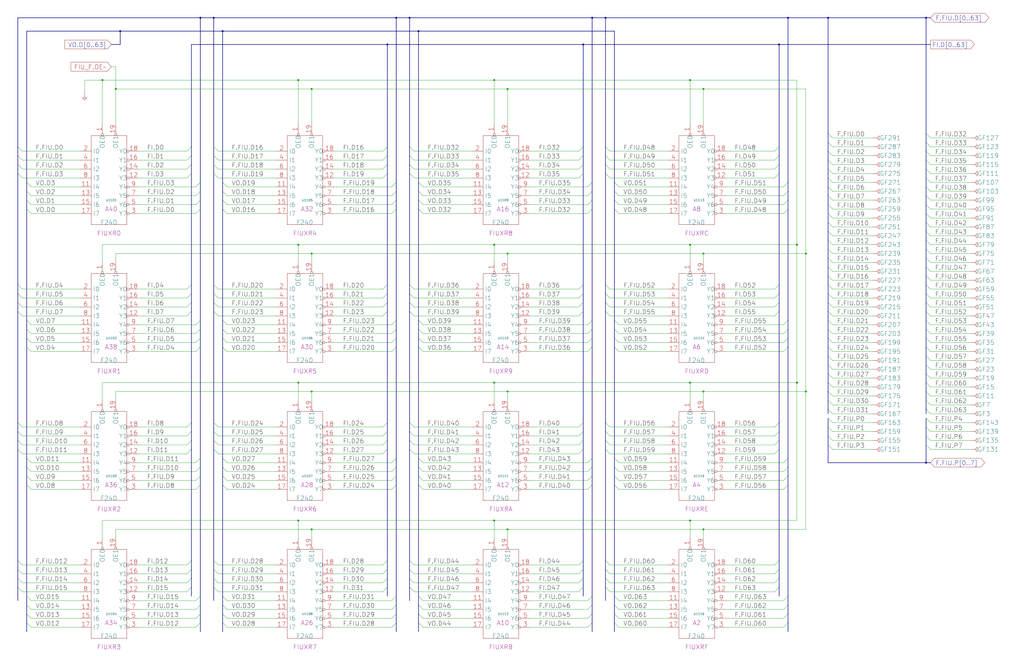
<source format=kicad_sch>
(kicad_sch (version 20250114) (generator "eeschema") (generator_version "9.0")
  (paper "User" 584.2 378.46)
  (title_block (title "FIU BUS XCVR") (date "20-MAR-90") (rev "1.0") (comment 1 "FIU") (comment 2 "232-003065") (comment 3 "S400") (comment 4 "RELEASED"))
  (junction (at 281.94 297.18))
  (junction (at 345.44 10.16))
  (junction (at 220.98 25.4))
  (junction (at 393.7 218.44))
  (junction (at 177.8 50.8))
  (junction (at 393.7 139.7))
  (junction (at 177.8 302.26))
  (junction (at 226.06 10.16))
  (junction (at 281.94 45.72))
  (junction (at 289.56 50.8))
  (junction (at 528.32 10.16))
  (junction (at 281.94 139.7))
  (junction (at 170.18 139.7))
  (junction (at 289.56 144.78))
  (junction (at 454.66 218.44))
  (junction (at 454.66 139.7))
  (junction (at 177.8 144.78))
  (junction (at 177.8 223.52))
  (junction (at 170.18 45.72))
  (junction (at 121.92 10.16))
  (junction (at 281.94 218.44))
  (junction (at 393.7 297.18))
  (junction (at 401.32 50.8))
  (junction (at 58.42 45.72))
  (junction (at 127 17.78))
  (junction (at 68.58 17.78))
  (junction (at 459.74 223.52))
  (junction (at 401.32 302.26))
  (junction (at 114.3 10.16))
  (junction (at 289.56 223.52))
  (junction (at 238.76 17.78))
  (junction (at 449.58 10.16))
  (junction (at 472.44 10.16))
  (junction (at 337.82 10.16))
  (junction (at 401.32 223.52))
  (junction (at 459.74 144.78))
  (junction (at 401.32 144.78))
  (junction (at 66.04 50.8))
  (junction (at 444.5 25.4))
  (junction (at 170.18 297.18))
  (junction (at 332.74 25.4))
  (junction (at 528.32 264.16))
  (junction (at 233.68 10.16))
  (junction (at 170.18 218.44))
  (junction (at 289.56 302.26))
  (junction (at 393.7 45.72))
  (bus_entry (at 226.06 198.12) (size -2.54 2.54))
  (bus_entry (at 528.32 198.12) (size 2.54 2.54))
  (bus_entry (at 444.5 320.04) (size -2.54 2.54))
  (bus_entry (at 528.32 223.52) (size 2.54 2.54))
  (bus_entry (at 449.58 104.14) (size -2.54 2.54))
  (bus_entry (at 528.32 162.56) (size 2.54 2.54))
  (bus_entry (at 332.74 330.2) (size -2.54 2.54))
  (bus_entry (at 350.52 109.22) (size 2.54 2.54))
  (bus_entry (at 10.16 246.38) (size 2.54 2.54))
  (bus_entry (at 114.3 104.14) (size -2.54 2.54))
  (bus_entry (at 528.32 142.24) (size 2.54 2.54))
  (bus_entry (at 472.44 157.48) (size 2.54 2.54))
  (bus_entry (at 226.06 340.36) (size -2.54 2.54))
  (bus_entry (at 350.52 340.36) (size 2.54 2.54))
  (bus_entry (at 109.22 320.04) (size -2.54 2.54))
  (bus_entry (at 345.44 167.64) (size 2.54 2.54))
  (bus_entry (at 238.76 350.52) (size 2.54 2.54))
  (bus_entry (at 127 355.6) (size 2.54 2.54))
  (bus_entry (at 220.98 251.46) (size -2.54 2.54))
  (bus_entry (at 15.24 340.36) (size 2.54 2.54))
  (bus_entry (at 332.74 93.98) (size -2.54 2.54))
  (bus_entry (at 449.58 198.12) (size -2.54 2.54))
  (bus_entry (at 238.76 271.78) (size 2.54 2.54))
  (bus_entry (at 233.68 246.38) (size 2.54 2.54))
  (bus_entry (at 472.44 198.12) (size 2.54 2.54))
  (bus_entry (at 233.68 256.54) (size 2.54 2.54))
  (bus_entry (at 345.44 325.12) (size 2.54 2.54))
  (bus_entry (at 472.44 167.64) (size 2.54 2.54))
  (bus_entry (at 226.06 345.44) (size -2.54 2.54))
  (bus_entry (at 444.5 246.38) (size -2.54 2.54))
  (bus_entry (at 226.06 109.22) (size -2.54 2.54))
  (bus_entry (at 345.44 246.38) (size 2.54 2.54))
  (bus_entry (at 350.52 261.62) (size 2.54 2.54))
  (bus_entry (at 220.98 320.04) (size -2.54 2.54))
  (bus_entry (at 472.44 121.92) (size 2.54 2.54))
  (bus_entry (at 345.44 172.72) (size 2.54 2.54))
  (bus_entry (at 449.58 114.3) (size -2.54 2.54))
  (bus_entry (at 528.32 182.88) (size 2.54 2.54))
  (bus_entry (at 127 198.12) (size 2.54 2.54))
  (bus_entry (at 127 340.36) (size 2.54 2.54))
  (bus_entry (at 332.74 320.04) (size -2.54 2.54))
  (bus_entry (at 449.58 187.96) (size -2.54 2.54))
  (bus_entry (at 121.92 167.64) (size 2.54 2.54))
  (bus_entry (at 220.98 325.12) (size -2.54 2.54))
  (bus_entry (at 127 104.14) (size 2.54 2.54))
  (bus_entry (at 449.58 355.6) (size -2.54 2.54))
  (bus_entry (at 528.32 167.64) (size 2.54 2.54))
  (bus_entry (at 121.92 325.12) (size 2.54 2.54))
  (bus_entry (at 114.3 109.22) (size -2.54 2.54))
  (bus_entry (at 233.68 172.72) (size 2.54 2.54))
  (bus_entry (at 238.76 266.7) (size 2.54 2.54))
  (bus_entry (at 109.22 83.82) (size -2.54 2.54))
  (bus_entry (at 449.58 182.88) (size -2.54 2.54))
  (bus_entry (at 444.5 330.2) (size -2.54 2.54))
  (bus_entry (at 10.16 335.28) (size 2.54 2.54))
  (bus_entry (at 114.3 350.52) (size -2.54 2.54))
  (bus_entry (at 15.24 261.62) (size 2.54 2.54))
  (bus_entry (at 332.74 83.82) (size -2.54 2.54))
  (bus_entry (at 109.22 246.38) (size -2.54 2.54))
  (bus_entry (at 220.98 335.28) (size -2.54 2.54))
  (bus_entry (at 233.68 177.8) (size 2.54 2.54))
  (bus_entry (at 345.44 162.56) (size 2.54 2.54))
  (bus_entry (at 528.32 96.52) (size 2.54 2.54))
  (bus_entry (at 528.32 228.6) (size 2.54 2.54))
  (bus_entry (at 220.98 83.82) (size -2.54 2.54))
  (bus_entry (at 528.32 152.4) (size 2.54 2.54))
  (bus_entry (at 337.82 261.62) (size -2.54 2.54))
  (bus_entry (at 472.44 147.32) (size 2.54 2.54))
  (bus_entry (at 121.92 251.46) (size 2.54 2.54))
  (bus_entry (at 121.92 241.3) (size 2.54 2.54))
  (bus_entry (at 15.24 119.38) (size 2.54 2.54))
  (bus_entry (at 337.82 104.14) (size -2.54 2.54))
  (bus_entry (at 114.3 355.6) (size -2.54 2.54))
  (bus_entry (at 114.3 266.7) (size -2.54 2.54))
  (bus_entry (at 528.32 157.48) (size 2.54 2.54))
  (bus_entry (at 121.92 172.72) (size 2.54 2.54))
  (bus_entry (at 109.22 330.2) (size -2.54 2.54))
  (bus_entry (at 472.44 243.84) (size 2.54 2.54))
  (bus_entry (at 127 119.38) (size 2.54 2.54))
  (bus_entry (at 444.5 162.56) (size -2.54 2.54))
  (bus_entry (at 15.24 182.88) (size 2.54 2.54))
  (bus_entry (at 345.44 256.54) (size 2.54 2.54))
  (bus_entry (at 15.24 355.6) (size 2.54 2.54))
  (bus_entry (at 472.44 76.2) (size 2.54 2.54))
  (bus_entry (at 15.24 104.14) (size 2.54 2.54))
  (bus_entry (at 226.06 350.52) (size -2.54 2.54))
  (bus_entry (at 472.44 106.68) (size 2.54 2.54))
  (bus_entry (at 238.76 355.6) (size 2.54 2.54))
  (bus_entry (at 109.22 335.28) (size -2.54 2.54))
  (bus_entry (at 449.58 271.78) (size -2.54 2.54))
  (bus_entry (at 528.32 127) (size 2.54 2.54))
  (bus_entry (at 528.32 238.76) (size 2.54 2.54))
  (bus_entry (at 472.44 127) (size 2.54 2.54))
  (bus_entry (at 472.44 137.16) (size 2.54 2.54))
  (bus_entry (at 109.22 162.56) (size -2.54 2.54))
  (bus_entry (at 220.98 88.9) (size -2.54 2.54))
  (bus_entry (at 15.24 114.3) (size 2.54 2.54))
  (bus_entry (at 444.5 167.64) (size -2.54 2.54))
  (bus_entry (at 114.3 187.96) (size -2.54 2.54))
  (bus_entry (at 15.24 350.52) (size 2.54 2.54))
  (bus_entry (at 226.06 187.96) (size -2.54 2.54))
  (bus_entry (at 528.32 203.2) (size 2.54 2.54))
  (bus_entry (at 233.68 320.04) (size 2.54 2.54))
  (bus_entry (at 226.06 271.78) (size -2.54 2.54))
  (bus_entry (at 127 261.62) (size 2.54 2.54))
  (bus_entry (at 121.92 256.54) (size 2.54 2.54))
  (bus_entry (at 121.92 335.28) (size 2.54 2.54))
  (bus_entry (at 337.82 350.52) (size -2.54 2.54))
  (bus_entry (at 528.32 111.76) (size 2.54 2.54))
  (bus_entry (at 332.74 167.64) (size -2.54 2.54))
  (bus_entry (at 528.32 187.96) (size 2.54 2.54))
  (bus_entry (at 528.32 208.28) (size 2.54 2.54))
  (bus_entry (at 233.68 335.28) (size 2.54 2.54))
  (bus_entry (at 449.58 261.62) (size -2.54 2.54))
  (bus_entry (at 528.32 147.32) (size 2.54 2.54))
  (bus_entry (at 10.16 83.82) (size 2.54 2.54))
  (bus_entry (at 337.82 193.04) (size -2.54 2.54))
  (bus_entry (at 121.92 330.2) (size 2.54 2.54))
  (bus_entry (at 332.74 251.46) (size -2.54 2.54))
  (bus_entry (at 238.76 114.3) (size 2.54 2.54))
  (bus_entry (at 220.98 172.72) (size -2.54 2.54))
  (bus_entry (at 472.44 172.72) (size 2.54 2.54))
  (bus_entry (at 472.44 203.2) (size 2.54 2.54))
  (bus_entry (at 127 345.44) (size 2.54 2.54))
  (bus_entry (at 350.52 355.6) (size 2.54 2.54))
  (bus_entry (at 121.92 93.98) (size 2.54 2.54))
  (bus_entry (at 332.74 325.12) (size -2.54 2.54))
  (bus_entry (at 226.06 182.88) (size -2.54 2.54))
  (bus_entry (at 127 276.86) (size 2.54 2.54))
  (bus_entry (at 337.82 119.38) (size -2.54 2.54))
  (bus_entry (at 332.74 335.28) (size -2.54 2.54))
  (bus_entry (at 449.58 119.38) (size -2.54 2.54))
  (bus_entry (at 444.5 88.9) (size -2.54 2.54))
  (bus_entry (at 528.32 106.68) (size 2.54 2.54))
  (bus_entry (at 238.76 193.04) (size 2.54 2.54))
  (bus_entry (at 114.3 340.36) (size -2.54 2.54))
  (bus_entry (at 350.52 193.04) (size 2.54 2.54))
  (bus_entry (at 114.3 261.62) (size -2.54 2.54))
  (bus_entry (at 350.52 345.44) (size 2.54 2.54))
  (bus_entry (at 233.68 93.98) (size 2.54 2.54))
  (bus_entry (at 337.82 266.7) (size -2.54 2.54))
  (bus_entry (at 127 114.3) (size 2.54 2.54))
  (bus_entry (at 15.24 266.7) (size 2.54 2.54))
  (bus_entry (at 10.16 325.12) (size 2.54 2.54))
  (bus_entry (at 121.92 83.82) (size 2.54 2.54))
  (bus_entry (at 528.32 137.16) (size 2.54 2.54))
  (bus_entry (at 472.44 223.52) (size 2.54 2.54))
  (bus_entry (at 233.68 251.46) (size 2.54 2.54))
  (bus_entry (at 449.58 109.22) (size -2.54 2.54))
  (bus_entry (at 449.58 345.44) (size -2.54 2.54))
  (bus_entry (at 472.44 193.04) (size 2.54 2.54))
  (bus_entry (at 226.06 114.3) (size -2.54 2.54))
  (bus_entry (at 350.52 119.38) (size 2.54 2.54))
  (bus_entry (at 121.92 99.06) (size 2.54 2.54))
  (bus_entry (at 332.74 177.8) (size -2.54 2.54))
  (bus_entry (at 528.32 193.04) (size 2.54 2.54))
  (bus_entry (at 220.98 256.54) (size -2.54 2.54))
  (bus_entry (at 444.5 172.72) (size -2.54 2.54))
  (bus_entry (at 233.68 99.06) (size 2.54 2.54))
  (bus_entry (at 226.06 355.6) (size -2.54 2.54))
  (bus_entry (at 444.5 325.12) (size -2.54 2.54))
  (bus_entry (at 528.32 81.28) (size 2.54 2.54))
  (bus_entry (at 127 266.7) (size 2.54 2.54))
  (bus_entry (at 226.06 104.14) (size -2.54 2.54))
  (bus_entry (at 444.5 335.28) (size -2.54 2.54))
  (bus_entry (at 337.82 114.3) (size -2.54 2.54))
  (bus_entry (at 10.16 162.56) (size 2.54 2.54))
  (bus_entry (at 337.82 276.86) (size -2.54 2.54))
  (bus_entry (at 472.44 248.92) (size 2.54 2.54))
  (bus_entry (at 15.24 276.86) (size 2.54 2.54))
  (bus_entry (at 15.24 109.22) (size 2.54 2.54))
  (bus_entry (at 472.44 116.84) (size 2.54 2.54))
  (bus_entry (at 238.76 198.12) (size 2.54 2.54))
  (bus_entry (at 472.44 142.24) (size 2.54 2.54))
  (bus_entry (at 528.32 177.8) (size 2.54 2.54))
  (bus_entry (at 127 182.88) (size 2.54 2.54))
  (bus_entry (at 345.44 251.46) (size 2.54 2.54))
  (bus_entry (at 109.22 172.72) (size -2.54 2.54))
  (bus_entry (at 109.22 251.46) (size -2.54 2.54))
  (bus_entry (at 226.06 193.04) (size -2.54 2.54))
  (bus_entry (at 220.98 162.56) (size -2.54 2.54))
  (bus_entry (at 109.22 241.3) (size -2.54 2.54))
  (bus_entry (at 337.82 182.88) (size -2.54 2.54))
  (bus_entry (at 528.32 116.84) (size 2.54 2.54))
  (bus_entry (at 472.44 91.44) (size 2.54 2.54))
  (bus_entry (at 345.44 241.3) (size 2.54 2.54))
  (bus_entry (at 226.06 266.7) (size -2.54 2.54))
  (bus_entry (at 332.74 88.9) (size -2.54 2.54))
  (bus_entry (at 345.44 335.28) (size 2.54 2.54))
  (bus_entry (at 127 187.96) (size 2.54 2.54))
  (bus_entry (at 528.32 248.92) (size 2.54 2.54))
  (bus_entry (at 114.3 345.44) (size -2.54 2.54))
  (bus_entry (at 332.74 256.54) (size -2.54 2.54))
  (bus_entry (at 114.3 198.12) (size -2.54 2.54))
  (bus_entry (at 121.92 320.04) (size 2.54 2.54))
  (bus_entry (at 350.52 198.12) (size 2.54 2.54))
  (bus_entry (at 472.44 177.8) (size 2.54 2.54))
  (bus_entry (at 528.32 213.36) (size 2.54 2.54))
  (bus_entry (at 127 350.52) (size 2.54 2.54))
  (bus_entry (at 350.52 114.3) (size 2.54 2.54))
  (bus_entry (at 10.16 99.06) (size 2.54 2.54))
  (bus_entry (at 528.32 91.44) (size 2.54 2.54))
  (bus_entry (at 109.22 99.06) (size -2.54 2.54))
  (bus_entry (at 233.68 83.82) (size 2.54 2.54))
  (bus_entry (at 10.16 320.04) (size 2.54 2.54))
  (bus_entry (at 472.44 187.96) (size 2.54 2.54))
  (bus_entry (at 332.74 241.3) (size -2.54 2.54))
  (bus_entry (at 350.52 182.88) (size 2.54 2.54))
  (bus_entry (at 10.16 330.2) (size 2.54 2.54))
  (bus_entry (at 350.52 350.52) (size 2.54 2.54))
  (bus_entry (at 337.82 198.12) (size -2.54 2.54))
  (bus_entry (at 345.44 93.98) (size 2.54 2.54))
  (bus_entry (at 10.16 167.64) (size 2.54 2.54))
  (bus_entry (at 345.44 88.9) (size 2.54 2.54))
  (bus_entry (at 233.68 88.9) (size 2.54 2.54))
  (bus_entry (at 528.32 121.92) (size 2.54 2.54))
  (bus_entry (at 528.32 218.44) (size 2.54 2.54))
  (bus_entry (at 238.76 261.62) (size 2.54 2.54))
  (bus_entry (at 238.76 187.96) (size 2.54 2.54))
  (bus_entry (at 345.44 177.8) (size 2.54 2.54))
  (bus_entry (at 238.76 276.86) (size 2.54 2.54))
  (bus_entry (at 337.82 271.78) (size -2.54 2.54))
  (bus_entry (at 345.44 99.06) (size 2.54 2.54))
  (bus_entry (at 114.3 114.3) (size -2.54 2.54))
  (bus_entry (at 238.76 104.14) (size 2.54 2.54))
  (bus_entry (at 127 193.04) (size 2.54 2.54))
  (bus_entry (at 114.3 119.38) (size -2.54 2.54))
  (bus_entry (at 472.44 111.76) (size 2.54 2.54))
  (bus_entry (at 472.44 208.28) (size 2.54 2.54))
  (bus_entry (at 238.76 109.22) (size 2.54 2.54))
  (bus_entry (at 528.32 132.08) (size 2.54 2.54))
  (bus_entry (at 238.76 119.38) (size 2.54 2.54))
  (bus_entry (at 472.44 152.4) (size 2.54 2.54))
  (bus_entry (at 226.06 276.86) (size -2.54 2.54))
  (bus_entry (at 337.82 355.6) (size -2.54 2.54))
  (bus_entry (at 444.5 93.98) (size -2.54 2.54))
  (bus_entry (at 332.74 246.38) (size -2.54 2.54))
  (bus_entry (at 472.44 233.68) (size 2.54 2.54))
  (bus_entry (at 337.82 340.36) (size -2.54 2.54))
  (bus_entry (at 10.16 251.46) (size 2.54 2.54))
  (bus_entry (at 233.68 162.56) (size 2.54 2.54))
  (bus_entry (at 109.22 93.98) (size -2.54 2.54))
  (bus_entry (at 472.44 182.88) (size 2.54 2.54))
  (bus_entry (at 345.44 320.04) (size 2.54 2.54))
  (bus_entry (at 332.74 99.06) (size -2.54 2.54))
  (bus_entry (at 449.58 350.52) (size -2.54 2.54))
  (bus_entry (at 332.74 162.56) (size -2.54 2.54))
  (bus_entry (at 472.44 132.08) (size 2.54 2.54))
  (bus_entry (at 528.32 233.68) (size 2.54 2.54))
  (bus_entry (at 528.32 86.36) (size 2.54 2.54))
  (bus_entry (at 350.52 187.96) (size 2.54 2.54))
  (bus_entry (at 10.16 256.54) (size 2.54 2.54))
  (bus_entry (at 472.44 213.36) (size 2.54 2.54))
  (bus_entry (at 121.92 88.9) (size 2.54 2.54))
  (bus_entry (at 449.58 340.36) (size -2.54 2.54))
  (bus_entry (at 10.16 172.72) (size 2.54 2.54))
  (bus_entry (at 444.5 256.54) (size -2.54 2.54))
  (bus_entry (at 109.22 177.8) (size -2.54 2.54))
  (bus_entry (at 337.82 187.96) (size -2.54 2.54))
  (bus_entry (at 114.3 271.78) (size -2.54 2.54))
  (bus_entry (at 121.92 246.38) (size 2.54 2.54))
  (bus_entry (at 121.92 162.56) (size 2.54 2.54))
  (bus_entry (at 114.3 193.04) (size -2.54 2.54))
  (bus_entry (at 350.52 104.14) (size 2.54 2.54))
  (bus_entry (at 233.68 241.3) (size 2.54 2.54))
  (bus_entry (at 444.5 241.3) (size -2.54 2.54))
  (bus_entry (at 127 271.78) (size 2.54 2.54))
  (bus_entry (at 472.44 254) (size 2.54 2.54))
  (bus_entry (at 472.44 238.76) (size 2.54 2.54))
  (bus_entry (at 449.58 193.04) (size -2.54 2.54))
  (bus_entry (at 220.98 99.06) (size -2.54 2.54))
  (bus_entry (at 238.76 345.44) (size 2.54 2.54))
  (bus_entry (at 109.22 325.12) (size -2.54 2.54))
  (bus_entry (at 15.24 345.44) (size 2.54 2.54))
  (bus_entry (at 15.24 193.04) (size 2.54 2.54))
  (bus_entry (at 226.06 261.62) (size -2.54 2.54))
  (bus_entry (at 114.3 276.86) (size -2.54 2.54))
  (bus_entry (at 444.5 99.06) (size -2.54 2.54))
  (bus_entry (at 472.44 162.56) (size 2.54 2.54))
  (bus_entry (at 528.32 76.2) (size 2.54 2.54))
  (bus_entry (at 220.98 93.98) (size -2.54 2.54))
  (bus_entry (at 238.76 340.36) (size 2.54 2.54))
  (bus_entry (at 233.68 167.64) (size 2.54 2.54))
  (bus_entry (at 220.98 241.3) (size -2.54 2.54))
  (bus_entry (at 528.32 254) (size 2.54 2.54))
  (bus_entry (at 10.16 241.3) (size 2.54 2.54))
  (bus_entry (at 10.16 93.98) (size 2.54 2.54))
  (bus_entry (at 233.68 325.12) (size 2.54 2.54))
  (bus_entry (at 127 109.22) (size 2.54 2.54))
  (bus_entry (at 350.52 276.86) (size 2.54 2.54))
  (bus_entry (at 226.06 119.38) (size -2.54 2.54))
  (bus_entry (at 444.5 83.82) (size -2.54 2.54))
  (bus_entry (at 15.24 198.12) (size 2.54 2.54))
  (bus_entry (at 220.98 246.38) (size -2.54 2.54))
  (bus_entry (at 337.82 345.44) (size -2.54 2.54))
  (bus_entry (at 528.32 172.72) (size 2.54 2.54))
  (bus_entry (at 15.24 187.96) (size 2.54 2.54))
  (bus_entry (at 114.3 182.88) (size -2.54 2.54))
  (bus_entry (at 528.32 243.84) (size 2.54 2.54))
  (bus_entry (at 337.82 109.22) (size -2.54 2.54))
  (bus_entry (at 472.44 96.52) (size 2.54 2.54))
  (bus_entry (at 10.16 177.8) (size 2.54 2.54))
  (bus_entry (at 472.44 86.36) (size 2.54 2.54))
  (bus_entry (at 444.5 251.46) (size -2.54 2.54))
  (bus_entry (at 472.44 101.6) (size 2.54 2.54))
  (bus_entry (at 350.52 271.78) (size 2.54 2.54))
  (bus_entry (at 449.58 276.86) (size -2.54 2.54))
  (bus_entry (at 220.98 177.8) (size -2.54 2.54))
  (bus_entry (at 10.16 88.9) (size 2.54 2.54))
  (bus_entry (at 345.44 83.82) (size 2.54 2.54))
  (bus_entry (at 220.98 167.64) (size -2.54 2.54))
  (bus_entry (at 345.44 330.2) (size 2.54 2.54))
  (bus_entry (at 238.76 182.88) (size 2.54 2.54))
  (bus_entry (at 528.32 101.6) (size 2.54 2.54))
  (bus_entry (at 472.44 228.6) (size 2.54 2.54))
  (bus_entry (at 220.98 330.2) (size -2.54 2.54))
  (bus_entry (at 350.52 266.7) (size 2.54 2.54))
  (bus_entry (at 449.58 266.7) (size -2.54 2.54))
  (bus_entry (at 109.22 167.64) (size -2.54 2.54))
  (bus_entry (at 472.44 81.28) (size 2.54 2.54))
  (bus_entry (at 109.22 88.9) (size -2.54 2.54))
  (bus_entry (at 15.24 271.78) (size 2.54 2.54))
  (bus_entry (at 444.5 177.8) (size -2.54 2.54))
  (bus_entry (at 332.74 172.72) (size -2.54 2.54))
  (bus_entry (at 233.68 330.2) (size 2.54 2.54))
  (bus_entry (at 109.22 256.54) (size -2.54 2.54))
  (bus_entry (at 121.92 177.8) (size 2.54 2.54))
  (bus_entry (at 472.44 218.44) (size 2.54 2.54))
  (bus (pts (xy 127 340.36) (xy 127 345.44)))
  (wire (pts (xy 414.02 96.52) (xy 441.96 96.52)))
  (bus (pts (xy 220.98 246.38) (xy 220.98 251.46)))
  (wire (pts (xy 17.78 358.14) (xy 45.72 358.14)))
  (wire (pts (xy 353.06 195.58) (xy 381 195.58)))
  (bus (pts (xy 226.06 10.16) (xy 226.06 104.14)))
  (wire (pts (xy 530.86 88.9) (xy 553.72 88.9)))
  (bus (pts (xy 472.44 223.52) (xy 472.44 228.6)))
  (wire (pts (xy 78.74 165.1) (xy 106.68 165.1)))
  (wire (pts (xy 474.98 109.22) (xy 497.84 109.22)))
  (wire (pts (xy 353.06 264.16) (xy 381 264.16)))
  (wire (pts (xy 530.86 99.06) (xy 553.72 99.06)))
  (wire (pts (xy 302.26 190.5) (xy 335.28 190.5)))
  (wire (pts (xy 190.5 274.32) (xy 223.52 274.32)))
  (bus (pts (xy 444.5 330.2) (xy 444.5 335.28)))
  (wire (pts (xy 177.8 50.8) (xy 289.56 50.8)))
  (wire (pts (xy 474.98 134.62) (xy 497.84 134.62)))
  (bus (pts (xy 127 17.78) (xy 127 104.14)))
  (bus (pts (xy 444.5 25.4) (xy 444.5 83.82)))
  (bus (pts (xy 10.16 330.2) (xy 10.16 335.28)))
  (wire (pts (xy 414.02 101.6) (xy 441.96 101.6)))
  (wire (pts (xy 17.78 195.58) (xy 45.72 195.58)))
  (wire (pts (xy 414.02 279.4) (xy 447.04 279.4)))
  (bus (pts (xy 233.68 10.16) (xy 233.68 83.82)))
  (bus (pts (xy 345.44 335.28) (xy 345.44 342.9)))
  (bus (pts (xy 449.58 114.3) (xy 449.58 119.38)))
  (bus (pts (xy 472.44 243.84) (xy 472.44 248.92)))
  (bus (pts (xy 332.74 320.04) (xy 332.74 325.12)))
  (bus (pts (xy 15.24 355.6) (xy 15.24 360.68)))
  (wire (pts (xy 393.7 297.18) (xy 393.7 307.34)))
  (wire (pts (xy 12.7 175.26) (xy 45.72 175.26)))
  (wire (pts (xy 414.02 248.92) (xy 441.96 248.92)))
  (bus (pts (xy 444.5 83.82) (xy 444.5 88.9)))
  (bus (pts (xy 472.44 254) (xy 472.44 264.16)))
  (bus (pts (xy 15.24 17.78) (xy 15.24 104.14)))
  (wire (pts (xy 78.74 269.24) (xy 111.76 269.24)))
  (bus (pts (xy 233.68 246.38) (xy 233.68 251.46)))
  (bus (pts (xy 121.92 320.04) (xy 121.92 325.12)))
  (bus (pts (xy 109.22 172.72) (xy 109.22 177.8)))
  (wire (pts (xy 302.26 175.26) (xy 330.2 175.26)))
  (bus (pts (xy 444.5 320.04) (xy 444.5 325.12)))
  (wire (pts (xy 302.26 358.14) (xy 335.28 358.14)))
  (wire (pts (xy 17.78 116.84) (xy 45.72 116.84)))
  (bus (pts (xy 472.44 213.36) (xy 472.44 218.44)))
  (bus (pts (xy 220.98 330.2) (xy 220.98 335.28)))
  (wire (pts (xy 530.86 175.26) (xy 553.72 175.26)))
  (wire (pts (xy 241.3 353.06) (xy 269.24 353.06)))
  (wire (pts (xy 236.22 165.1) (xy 269.24 165.1)))
  (wire (pts (xy 66.04 50.8) (xy 66.04 71.12)))
  (bus (pts (xy 528.32 10.16) (xy 472.44 10.16)))
  (bus (pts (xy 332.74 162.56) (xy 332.74 167.64)))
  (wire (pts (xy 241.3 200.66) (xy 269.24 200.66)))
  (bus (pts (xy 127 187.96) (xy 127 193.04)))
  (wire (pts (xy 124.46 101.6) (xy 157.48 101.6)))
  (bus (pts (xy 233.68 335.28) (xy 233.68 342.9)))
  (bus (pts (xy 238.76 350.52) (xy 238.76 355.6)))
  (bus (pts (xy 226.06 114.3) (xy 226.06 119.38)))
  (bus (pts (xy 63.5 25.4) (xy 68.58 25.4)))
  (wire (pts (xy 474.98 160.02) (xy 497.84 160.02)))
  (bus (pts (xy 528.32 142.24) (xy 528.32 147.32)))
  (bus (pts (xy 444.5 251.46) (xy 444.5 256.54)))
  (wire (pts (xy 393.7 139.7) (xy 393.7 149.86)))
  (wire (pts (xy 530.86 139.7) (xy 553.72 139.7)))
  (bus (pts (xy 233.68 10.16) (xy 337.82 10.16)))
  (wire (pts (xy 347.98 180.34) (xy 381 180.34)))
  (bus (pts (xy 472.44 142.24) (xy 472.44 147.32)))
  (bus (pts (xy 528.32 116.84) (xy 528.32 121.92)))
  (bus (pts (xy 220.98 320.04) (xy 220.98 325.12)))
  (wire (pts (xy 302.26 200.66) (xy 335.28 200.66)))
  (wire (pts (xy 474.98 180.34) (xy 497.84 180.34)))
  (bus (pts (xy 114.3 104.14) (xy 114.3 109.22)))
  (bus (pts (xy 109.22 93.98) (xy 109.22 99.06)))
  (bus (pts (xy 472.44 162.56) (xy 472.44 167.64)))
  (bus (pts (xy 350.52 109.22) (xy 350.52 114.3)))
  (bus (pts (xy 528.32 137.16) (xy 528.32 142.24)))
  (wire (pts (xy 414.02 269.24) (xy 447.04 269.24)))
  (bus (pts (xy 332.74 256.54) (xy 332.74 320.04)))
  (bus (pts (xy 127 276.86) (xy 127 340.36)))
  (wire (pts (xy 393.7 45.72) (xy 454.66 45.72)))
  (wire (pts (xy 302.26 243.84) (xy 330.2 243.84)))
  (bus (pts (xy 15.24 193.04) (xy 15.24 198.12)))
  (bus (pts (xy 226.06 261.62) (xy 226.06 266.7)))
  (wire (pts (xy 302.26 106.68) (xy 335.28 106.68)))
  (wire (pts (xy 124.46 243.84) (xy 157.48 243.84)))
  (bus (pts (xy 332.74 246.38) (xy 332.74 251.46)))
  (wire (pts (xy 236.22 180.34) (xy 269.24 180.34)))
  (wire (pts (xy 190.5 175.26) (xy 218.44 175.26)))
  (wire (pts (xy 302.26 322.58) (xy 330.2 322.58)))
  (bus (pts (xy 472.44 10.16) (xy 472.44 76.2)))
  (wire (pts (xy 530.86 241.3) (xy 553.72 241.3)))
  (wire (pts (xy 414.02 111.76) (xy 447.04 111.76)))
  (wire (pts (xy 401.32 144.78) (xy 459.74 144.78)))
  (bus (pts (xy 233.68 83.82) (xy 233.68 88.9)))
  (bus (pts (xy 127 182.88) (xy 127 187.96)))
  (bus (pts (xy 528.32 86.36) (xy 528.32 91.44)))
  (bus (pts (xy 350.52 17.78) (xy 350.52 104.14)))
  (bus (pts (xy 472.44 132.08) (xy 472.44 137.16)))
  (wire (pts (xy 66.04 302.26) (xy 66.04 307.34)))
  (bus (pts (xy 332.74 25.4) (xy 332.74 83.82)))
  (bus (pts (xy 220.98 177.8) (xy 220.98 241.3)))
  (wire (pts (xy 474.98 246.38) (xy 497.84 246.38)))
  (wire (pts (xy 78.74 337.82) (xy 106.68 337.82)))
  (wire (pts (xy 302.26 254) (xy 330.2 254)))
  (bus (pts (xy 220.98 83.82) (xy 220.98 88.9)))
  (bus (pts (xy 449.58 119.38) (xy 449.58 182.88)))
  (bus (pts (xy 528.32 264.16) (xy 472.44 264.16)))
  (wire (pts (xy 17.78 342.9) (xy 45.72 342.9)))
  (wire (pts (xy 170.18 297.18) (xy 170.18 307.34)))
  (wire (pts (xy 414.02 116.84) (xy 447.04 116.84)))
  (wire (pts (xy 302.26 347.98) (xy 335.28 347.98)))
  (wire (pts (xy 78.74 91.44) (xy 106.68 91.44)))
  (wire (pts (xy 281.94 218.44) (xy 281.94 228.6)))
  (bus (pts (xy 472.44 116.84) (xy 472.44 121.92)))
  (wire (pts (xy 401.32 50.8) (xy 459.74 50.8)))
  (wire (pts (xy 190.5 170.18) (xy 218.44 170.18)))
  (bus (pts (xy 449.58 10.16) (xy 449.58 104.14)))
  (bus (pts (xy 233.68 330.2) (xy 233.68 335.28)))
  (wire (pts (xy 17.78 121.92) (xy 45.72 121.92)))
  (bus (pts (xy 233.68 99.06) (xy 233.68 162.56)))
  (bus (pts (xy 528.32 198.12) (xy 528.32 203.2)))
  (bus (pts (xy 350.52 355.6) (xy 350.52 360.68)))
  (wire (pts (xy 129.54 347.98) (xy 157.48 347.98)))
  (bus (pts (xy 238.76 187.96) (xy 238.76 193.04)))
  (wire (pts (xy 474.98 220.98) (xy 497.84 220.98)))
  (wire (pts (xy 530.86 200.66) (xy 553.72 200.66)))
  (bus (pts (xy 449.58 350.52) (xy 449.58 355.6)))
  (bus (pts (xy 444.5 177.8) (xy 444.5 241.3)))
  (wire (pts (xy 347.98 91.44) (xy 381 91.44)))
  (bus (pts (xy 444.5 172.72) (xy 444.5 177.8)))
  (wire (pts (xy 414.02 347.98) (xy 447.04 347.98)))
  (wire (pts (xy 474.98 190.5) (xy 497.84 190.5)))
  (bus (pts (xy 121.92 256.54) (xy 121.92 320.04)))
  (wire (pts (xy 414.02 322.58) (xy 441.96 322.58)))
  (wire (pts (xy 302.26 121.92) (xy 335.28 121.92)))
  (bus (pts (xy 449.58 261.62) (xy 449.58 266.7)))
  (bus (pts (xy 472.44 81.28) (xy 472.44 86.36)))
  (bus (pts (xy 472.44 182.88) (xy 472.44 187.96)))
  (bus (pts (xy 109.22 320.04) (xy 109.22 325.12)))
  (wire (pts (xy 236.22 337.82) (xy 269.24 337.82)))
  (bus (pts (xy 233.68 241.3) (xy 233.68 246.38)))
  (wire (pts (xy 241.3 342.9) (xy 269.24 342.9)))
  (bus (pts (xy 528.32 187.96) (xy 528.32 193.04)))
  (wire (pts (xy 190.5 101.6) (xy 218.44 101.6)))
  (wire (pts (xy 530.86 104.14) (xy 553.72 104.14)))
  (bus (pts (xy 220.98 256.54) (xy 220.98 320.04)))
  (wire (pts (xy 474.98 154.94) (xy 497.84 154.94)))
  (wire (pts (xy 414.02 243.84) (xy 441.96 243.84)))
  (bus (pts (xy 121.92 93.98) (xy 121.92 99.06)))
  (wire (pts (xy 302.26 101.6) (xy 330.2 101.6)))
  (bus (pts (xy 114.3 355.6) (xy 114.3 360.68)))
  (bus (pts (xy 15.24 114.3) (xy 15.24 119.38)))
  (wire (pts (xy 12.7 254) (xy 45.72 254)))
  (wire (pts (xy 530.86 144.78) (xy 553.72 144.78)))
  (bus (pts (xy 10.16 325.12) (xy 10.16 330.2)))
  (wire (pts (xy 302.26 337.82) (xy 330.2 337.82)))
  (bus (pts (xy 337.82 104.14) (xy 337.82 109.22)))
  (bus (pts (xy 332.74 177.8) (xy 332.74 241.3)))
  (bus (pts (xy 332.74 335.28) (xy 332.74 340.36)))
  (bus (pts (xy 226.06 355.6) (xy 226.06 360.68)))
  (wire (pts (xy 190.5 180.34) (xy 218.44 180.34)))
  (bus (pts (xy 528.32 81.28) (xy 528.32 86.36)))
  (bus (pts (xy 114.3 350.52) (xy 114.3 355.6)))
  (bus (pts (xy 238.76 340.36) (xy 238.76 345.44)))
  (wire (pts (xy 530.86 78.74) (xy 553.72 78.74)))
  (bus (pts (xy 472.44 152.4) (xy 472.44 157.48)))
  (bus (pts (xy 226.06 109.22) (xy 226.06 114.3)))
  (bus (pts (xy 233.68 256.54) (xy 233.68 320.04)))
  (bus (pts (xy 109.22 256.54) (xy 109.22 320.04)))
  (bus (pts (xy 350.52 266.7) (xy 350.52 271.78)))
  (bus (pts (xy 449.58 104.14) (xy 449.58 109.22)))
  (bus (pts (xy 226.06 345.44) (xy 226.06 350.52)))
  (bus (pts (xy 449.58 266.7) (xy 449.58 271.78)))
  (bus (pts (xy 345.44 241.3) (xy 345.44 246.38)))
  (bus (pts (xy 109.22 99.06) (xy 109.22 162.56)))
  (bus (pts (xy 220.98 25.4) (xy 220.98 83.82)))
  (wire (pts (xy 78.74 190.5) (xy 111.76 190.5)))
  (bus (pts (xy 472.44 96.52) (xy 472.44 101.6)))
  (bus (pts (xy 121.92 88.9) (xy 121.92 93.98)))
  (bus (pts (xy 114.3 345.44) (xy 114.3 350.52)))
  (wire (pts (xy 414.02 106.68) (xy 447.04 106.68)))
  (wire (pts (xy 190.5 106.68) (xy 223.52 106.68)))
  (wire (pts (xy 190.5 347.98) (xy 223.52 347.98)))
  (wire (pts (xy 17.78 353.06) (xy 45.72 353.06)))
  (bus (pts (xy 528.32 203.2) (xy 528.32 208.28)))
  (wire (pts (xy 170.18 218.44) (xy 170.18 228.6)))
  (wire (pts (xy 414.02 327.66) (xy 441.96 327.66)))
  (bus (pts (xy 233.68 93.98) (xy 233.68 99.06)))
  (bus (pts (xy 10.16 335.28) (xy 10.16 342.9)))
  (wire (pts (xy 170.18 45.72) (xy 281.94 45.72)))
  (wire (pts (xy 78.74 121.92) (xy 111.76 121.92)))
  (bus (pts (xy 121.92 10.16) (xy 121.92 83.82)))
  (bus (pts (xy 220.98 93.98) (xy 220.98 99.06)))
  (wire (pts (xy 353.06 185.42) (xy 381 185.42)))
  (wire (pts (xy 347.98 322.58) (xy 381 322.58)))
  (wire (pts (xy 289.56 144.78) (xy 401.32 144.78)))
  (wire (pts (xy 12.7 337.82) (xy 45.72 337.82)))
  (wire (pts (xy 459.74 223.52) (xy 459.74 302.26)))
  (wire (pts (xy 474.98 251.46) (xy 497.84 251.46)))
  (bus (pts (xy 345.44 167.64) (xy 345.44 172.72)))
  (wire (pts (xy 124.46 254) (xy 157.48 254)))
  (bus (pts (xy 109.22 241.3) (xy 109.22 246.38)))
  (bus (pts (xy 332.74 25.4) (xy 444.5 25.4)))
  (bus (pts (xy 226.06 187.96) (xy 226.06 193.04)))
  (bus (pts (xy 337.82 350.52) (xy 337.82 355.6)))
  (wire (pts (xy 12.7 327.66) (xy 45.72 327.66)))
  (bus (pts (xy 472.44 172.72) (xy 472.44 177.8)))
  (wire (pts (xy 66.04 223.52) (xy 66.04 228.6)))
  (wire (pts (xy 190.5 116.84) (xy 223.52 116.84)))
  (wire (pts (xy 78.74 332.74) (xy 106.68 332.74)))
  (bus (pts (xy 472.44 106.68) (xy 472.44 111.76)))
  (wire (pts (xy 241.3 185.42) (xy 269.24 185.42)))
  (wire (pts (xy 124.46 259.08) (xy 157.48 259.08)))
  (bus (pts (xy 472.44 187.96) (xy 472.44 193.04)))
  (bus (pts (xy 337.82 266.7) (xy 337.82 271.78)))
  (wire (pts (xy 393.7 218.44) (xy 393.7 228.6)))
  (wire (pts (xy 414.02 353.06) (xy 447.04 353.06)))
  (bus (pts (xy 350.52 119.38) (xy 350.52 182.88)))
  (bus (pts (xy 10.16 10.16) (xy 10.16 83.82)))
  (bus (pts (xy 472.44 203.2) (xy 472.44 208.28)))
  (bus (pts (xy 528.32 162.56) (xy 528.32 167.64)))
  (wire (pts (xy 414.02 170.18) (xy 441.96 170.18)))
  (wire (pts (xy 302.26 91.44) (xy 330.2 91.44)))
  (bus (pts (xy 226.06 276.86) (xy 226.06 340.36)))
  (bus (pts (xy 238.76 182.88) (xy 238.76 187.96)))
  (bus (pts (xy 345.44 251.46) (xy 345.44 256.54)))
  (wire (pts (xy 58.42 45.72) (xy 170.18 45.72)))
  (bus (pts (xy 10.16 93.98) (xy 10.16 99.06)))
  (bus (pts (xy 528.32 264.16) (xy 530.86 264.16)))
  (bus (pts (xy 10.16 241.3) (xy 10.16 246.38)))
  (wire (pts (xy 353.06 106.68) (xy 381 106.68)))
  (wire (pts (xy 241.3 279.4) (xy 269.24 279.4)))
  (bus (pts (xy 528.32 228.6) (xy 528.32 233.68)))
  (wire (pts (xy 302.26 165.1) (xy 330.2 165.1)))
  (bus (pts (xy 121.92 10.16) (xy 226.06 10.16)))
  (wire (pts (xy 454.66 218.44) (xy 454.66 139.7)))
  (bus (pts (xy 337.82 198.12) (xy 337.82 261.62)))
  (bus (pts (xy 528.32 96.52) (xy 528.32 101.6)))
  (bus (pts (xy 444.5 162.56) (xy 444.5 167.64)))
  (wire (pts (xy 401.32 302.26) (xy 401.32 307.34)))
  (wire (pts (xy 190.5 111.76) (xy 223.52 111.76)))
  (wire (pts (xy 66.04 223.52) (xy 177.8 223.52)))
  (bus (pts (xy 345.44 246.38) (xy 345.44 251.46)))
  (wire (pts (xy 236.22 254) (xy 269.24 254)))
  (wire (pts (xy 530.86 205.74) (xy 553.72 205.74)))
  (wire (pts (xy 78.74 243.84) (xy 106.68 243.84)))
  (bus (pts (xy 233.68 177.8) (xy 233.68 241.3)))
  (bus (pts (xy 528.32 243.84) (xy 528.32 248.92)))
  (wire (pts (xy 236.22 322.58) (xy 269.24 322.58)))
  (wire (pts (xy 414.02 195.58) (xy 447.04 195.58)))
  (bus (pts (xy 345.44 99.06) (xy 345.44 162.56)))
  (bus (pts (xy 226.06 193.04) (xy 226.06 198.12)))
  (bus (pts (xy 472.44 248.92) (xy 472.44 254)))
  (wire (pts (xy 353.06 269.24) (xy 381 269.24)))
  (wire (pts (xy 530.86 149.86) (xy 553.72 149.86)))
  (wire (pts (xy 58.42 297.18) (xy 170.18 297.18)))
  (bus (pts (xy 332.74 99.06) (xy 332.74 162.56)))
  (bus (pts (xy 114.3 109.22) (xy 114.3 114.3)))
  (bus (pts (xy 15.24 104.14) (xy 15.24 109.22)))
  (bus (pts (xy 233.68 167.64) (xy 233.68 172.72)))
  (bus (pts (xy 350.52 340.36) (xy 350.52 345.44)))
  (bus (pts (xy 528.32 147.32) (xy 528.32 152.4)))
  (bus (pts (xy 337.82 340.36) (xy 337.82 345.44)))
  (wire (pts (xy 48.26 45.72) (xy 48.26 53.34)))
  (wire (pts (xy 124.46 337.82) (xy 157.48 337.82)))
  (wire (pts (xy 474.98 215.9) (xy 497.84 215.9)))
  (bus (pts (xy 226.06 340.36) (xy 226.06 345.44)))
  (wire (pts (xy 190.5 165.1) (xy 218.44 165.1)))
  (bus (pts (xy 114.3 198.12) (xy 114.3 261.62)))
  (wire (pts (xy 190.5 342.9) (xy 223.52 342.9)))
  (wire (pts (xy 58.42 139.7) (xy 58.42 149.86)))
  (bus (pts (xy 528.32 121.92) (xy 528.32 127)))
  (wire (pts (xy 12.7 165.1) (xy 45.72 165.1)))
  (wire (pts (xy 474.98 165.1) (xy 497.84 165.1)))
  (bus (pts (xy 345.44 320.04) (xy 345.44 325.12)))
  (bus (pts (xy 109.22 25.4) (xy 109.22 83.82)))
  (wire (pts (xy 58.42 218.44) (xy 58.42 228.6)))
  (wire (pts (xy 236.22 327.66) (xy 269.24 327.66)))
  (bus (pts (xy 15.24 340.36) (xy 15.24 345.44)))
  (wire (pts (xy 474.98 119.38) (xy 497.84 119.38)))
  (wire (pts (xy 236.22 86.36) (xy 269.24 86.36)))
  (bus (pts (xy 350.52 182.88) (xy 350.52 187.96)))
  (wire (pts (xy 530.86 170.18) (xy 553.72 170.18)))
  (bus (pts (xy 10.16 88.9) (xy 10.16 93.98)))
  (wire (pts (xy 289.56 50.8) (xy 289.56 71.12)))
  (bus (pts (xy 449.58 276.86) (xy 449.58 340.36)))
  (wire (pts (xy 414.02 91.44) (xy 441.96 91.44)))
  (bus (pts (xy 233.68 325.12) (xy 233.68 330.2)))
  (bus (pts (xy 528.32 10.16) (xy 530.86 10.16)))
  (wire (pts (xy 241.3 358.14) (xy 269.24 358.14)))
  (bus (pts (xy 121.92 335.28) (xy 121.92 342.9)))
  (wire (pts (xy 414.02 200.66) (xy 447.04 200.66)))
  (wire (pts (xy 414.02 264.16) (xy 447.04 264.16)))
  (bus (pts (xy 332.74 241.3) (xy 332.74 246.38)))
  (wire (pts (xy 474.98 200.66) (xy 497.84 200.66)))
  (bus (pts (xy 449.58 198.12) (xy 449.58 261.62)))
  (wire (pts (xy 78.74 347.98) (xy 111.76 347.98)))
  (wire (pts (xy 414.02 86.36) (xy 441.96 86.36)))
  (wire (pts (xy 530.86 236.22) (xy 553.72 236.22)))
  (wire (pts (xy 241.3 190.5) (xy 269.24 190.5)))
  (bus (pts (xy 449.58 345.44) (xy 449.58 350.52)))
  (wire (pts (xy 129.54 358.14) (xy 157.48 358.14)))
  (bus (pts (xy 233.68 162.56) (xy 233.68 167.64)))
  (bus (pts (xy 233.68 251.46) (xy 233.68 256.54)))
  (wire (pts (xy 78.74 264.16) (xy 111.76 264.16)))
  (wire (pts (xy 78.74 279.4) (xy 111.76 279.4)))
  (bus (pts (xy 528.32 106.68) (xy 528.32 111.76)))
  (wire (pts (xy 129.54 116.84) (xy 157.48 116.84)))
  (bus (pts (xy 15.24 266.7) (xy 15.24 271.78)))
  (bus (pts (xy 337.82 261.62) (xy 337.82 266.7)))
  (wire (pts (xy 289.56 144.78) (xy 289.56 149.86)))
  (bus (pts (xy 444.5 99.06) (xy 444.5 162.56)))
  (bus (pts (xy 109.22 83.82) (xy 109.22 88.9)))
  (bus (pts (xy 528.32 182.88) (xy 528.32 187.96)))
  (bus (pts (xy 226.06 266.7) (xy 226.06 271.78)))
  (wire (pts (xy 474.98 144.78) (xy 497.84 144.78)))
  (wire (pts (xy 190.5 91.44) (xy 218.44 91.44)))
  (wire (pts (xy 12.7 243.84) (xy 45.72 243.84)))
  (wire (pts (xy 190.5 337.82) (xy 218.44 337.82)))
  (wire (pts (xy 459.74 144.78) (xy 459.74 223.52)))
  (wire (pts (xy 177.8 302.26) (xy 289.56 302.26)))
  (wire (pts (xy 129.54 274.32) (xy 157.48 274.32)))
  (bus (pts (xy 449.58 10.16) (xy 472.44 10.16)))
  (wire (pts (xy 474.98 170.18) (xy 497.84 170.18)))
  (bus (pts (xy 472.44 193.04) (xy 472.44 198.12)))
  (bus (pts (xy 226.06 182.88) (xy 226.06 187.96)))
  (bus (pts (xy 114.3 119.38) (xy 114.3 182.88)))
  (wire (pts (xy 530.86 114.3) (xy 553.72 114.3)))
  (bus (pts (xy 332.74 167.64) (xy 332.74 172.72)))
  (bus (pts (xy 528.32 167.64) (xy 528.32 172.72)))
  (bus (pts (xy 528.32 213.36) (xy 528.32 218.44)))
  (wire (pts (xy 530.86 195.58) (xy 553.72 195.58)))
  (bus (pts (xy 472.44 208.28) (xy 472.44 213.36)))
  (wire (pts (xy 289.56 50.8) (xy 401.32 50.8)))
  (wire (pts (xy 474.98 99.06) (xy 497.84 99.06)))
  (wire (pts (xy 459.74 50.8) (xy 459.74 144.78)))
  (bus (pts (xy 109.22 251.46) (xy 109.22 256.54)))
  (wire (pts (xy 347.98 254) (xy 381 254)))
  (wire (pts (xy 347.98 337.82) (xy 381 337.82)))
  (bus (pts (xy 121.92 241.3) (xy 121.92 246.38)))
  (bus (pts (xy 114.3 266.7) (xy 114.3 271.78)))
  (bus (pts (xy 121.92 251.46) (xy 121.92 256.54)))
  (bus (pts (xy 114.3 193.04) (xy 114.3 198.12)))
  (wire (pts (xy 530.86 129.54) (xy 553.72 129.54)))
  (wire (pts (xy 58.42 297.18) (xy 58.42 307.34)))
  (wire (pts (xy 129.54 106.68) (xy 157.48 106.68)))
  (wire (pts (xy 236.22 101.6) (xy 269.24 101.6)))
  (bus (pts (xy 114.3 10.16) (xy 114.3 104.14)))
  (bus (pts (xy 15.24 187.96) (xy 15.24 193.04)))
  (wire (pts (xy 78.74 327.66) (xy 106.68 327.66)))
  (wire (pts (xy 17.78 274.32) (xy 45.72 274.32)))
  (wire (pts (xy 414.02 190.5) (xy 447.04 190.5)))
  (wire (pts (xy 347.98 248.92) (xy 381 248.92)))
  (bus (pts (xy 127 17.78) (xy 238.76 17.78)))
  (bus (pts (xy 220.98 88.9) (xy 220.98 93.98)))
  (wire (pts (xy 401.32 50.8) (xy 401.32 71.12)))
  (wire (pts (xy 236.22 96.52) (xy 269.24 96.52)))
  (wire (pts (xy 66.04 50.8) (xy 177.8 50.8)))
  (bus (pts (xy 226.06 271.78) (xy 226.06 276.86)))
  (wire (pts (xy 124.46 86.36) (xy 157.48 86.36)))
  (bus (pts (xy 528.32 91.44) (xy 528.32 96.52)))
  (bus (pts (xy 109.22 246.38) (xy 109.22 251.46)))
  (wire (pts (xy 190.5 190.5) (xy 223.52 190.5)))
  (wire (pts (xy 302.26 185.42) (xy 335.28 185.42)))
  (bus (pts (xy 337.82 109.22) (xy 337.82 114.3)))
  (bus (pts (xy 337.82 276.86) (xy 337.82 340.36)))
  (wire (pts (xy 58.42 45.72) (xy 48.26 45.72)))
  (bus (pts (xy 472.44 101.6) (xy 472.44 106.68)))
  (wire (pts (xy 124.46 170.18) (xy 157.48 170.18)))
  (bus (pts (xy 332.74 88.9) (xy 332.74 93.98)))
  (bus (pts (xy 528.32 101.6) (xy 528.32 106.68)))
  (wire (pts (xy 190.5 332.74) (xy 218.44 332.74)))
  (bus (pts (xy 337.82 355.6) (xy 337.82 360.68)))
  (bus (pts (xy 528.32 172.72) (xy 528.32 177.8)))
  (wire (pts (xy 414.02 332.74) (xy 441.96 332.74)))
  (wire (pts (xy 401.32 144.78) (xy 401.32 149.86)))
  (bus (pts (xy 127 114.3) (xy 127 119.38)))
  (bus (pts (xy 10.16 172.72) (xy 10.16 177.8)))
  (wire (pts (xy 302.26 269.24) (xy 335.28 269.24)))
  (bus (pts (xy 350.52 114.3) (xy 350.52 119.38)))
  (wire (pts (xy 190.5 279.4) (xy 223.52 279.4)))
  (wire (pts (xy 190.5 86.36) (xy 218.44 86.36)))
  (wire (pts (xy 474.98 226.06) (xy 497.84 226.06)))
  (bus (pts (xy 350.52 193.04) (xy 350.52 198.12)))
  (wire (pts (xy 474.98 83.82) (xy 497.84 83.82)))
  (wire (pts (xy 347.98 175.26) (xy 381 175.26)))
  (bus (pts (xy 345.44 256.54) (xy 345.44 320.04)))
  (bus (pts (xy 528.32 223.52) (xy 528.32 228.6)))
  (wire (pts (xy 302.26 259.08) (xy 330.2 259.08)))
  (wire (pts (xy 17.78 190.5) (xy 45.72 190.5)))
  (wire (pts (xy 302.26 279.4) (xy 335.28 279.4)))
  (bus (pts (xy 528.32 177.8) (xy 528.32 182.88)))
  (wire (pts (xy 474.98 210.82) (xy 497.84 210.82)))
  (bus (pts (xy 127 261.62) (xy 127 266.7)))
  (wire (pts (xy 177.8 302.26) (xy 177.8 307.34)))
  (wire (pts (xy 78.74 101.6) (xy 106.68 101.6)))
  (wire (pts (xy 17.78 185.42) (xy 45.72 185.42)))
  (bus (pts (xy 449.58 109.22) (xy 449.58 114.3)))
  (bus (pts (xy 332.74 251.46) (xy 332.74 256.54)))
  (wire (pts (xy 12.7 96.52) (xy 45.72 96.52)))
  (bus (pts (xy 528.32 152.4) (xy 528.32 157.48)))
  (wire (pts (xy 241.3 116.84) (xy 269.24 116.84)))
  (bus (pts (xy 337.82 119.38) (xy 337.82 182.88)))
  (bus (pts (xy 127 355.6) (xy 127 360.68)))
  (wire (pts (xy 66.04 38.1) (xy 66.04 50.8)))
  (bus (pts (xy 528.32 127) (xy 528.32 132.08)))
  (wire (pts (xy 12.7 101.6) (xy 45.72 101.6)))
  (wire (pts (xy 289.56 302.26) (xy 289.56 307.34)))
  (bus (pts (xy 220.98 335.28) (xy 220.98 340.36)))
  (bus (pts (xy 220.98 162.56) (xy 220.98 167.64)))
  (bus (pts (xy 345.44 330.2) (xy 345.44 335.28)))
  (wire (pts (xy 17.78 279.4) (xy 45.72 279.4)))
  (wire (pts (xy 190.5 254) (xy 218.44 254)))
  (bus (pts (xy 15.24 271.78) (xy 15.24 276.86)))
  (bus (pts (xy 220.98 251.46) (xy 220.98 256.54)))
  (bus (pts (xy 350.52 261.62) (xy 350.52 266.7)))
  (bus (pts (xy 226.06 350.52) (xy 226.06 355.6)))
  (wire (pts (xy 530.86 215.9) (xy 553.72 215.9)))
  (wire (pts (xy 353.06 121.92) (xy 381 121.92)))
  (wire (pts (xy 63.5 38.1) (xy 66.04 38.1)))
  (bus (pts (xy 332.74 93.98) (xy 332.74 99.06)))
  (bus (pts (xy 345.44 177.8) (xy 345.44 241.3)))
  (bus (pts (xy 528.32 238.76) (xy 528.32 243.84)))
  (bus (pts (xy 337.82 345.44) (xy 337.82 350.52)))
  (wire (pts (xy 78.74 248.92) (xy 106.68 248.92)))
  (bus (pts (xy 449.58 187.96) (xy 449.58 193.04)))
  (wire (pts (xy 190.5 185.42) (xy 223.52 185.42)))
  (wire (pts (xy 530.86 246.38) (xy 553.72 246.38)))
  (bus (pts (xy 444.5 167.64) (xy 444.5 172.72)))
  (wire (pts (xy 17.78 200.66) (xy 45.72 200.66)))
  (wire (pts (xy 78.74 185.42) (xy 111.76 185.42)))
  (wire (pts (xy 190.5 200.66) (xy 223.52 200.66)))
  (wire (pts (xy 129.54 121.92) (xy 157.48 121.92)))
  (bus (pts (xy 121.92 167.64) (xy 121.92 172.72)))
  (bus (pts (xy 350.52 345.44) (xy 350.52 350.52)))
  (wire (pts (xy 530.86 83.82) (xy 553.72 83.82)))
  (wire (pts (xy 414.02 121.92) (xy 447.04 121.92)))
  (wire (pts (xy 474.98 195.58) (xy 497.84 195.58)))
  (bus (pts (xy 114.3 276.86) (xy 114.3 340.36)))
  (wire (pts (xy 17.78 269.24) (xy 45.72 269.24)))
  (wire (pts (xy 12.7 248.92) (xy 45.72 248.92)))
  (bus (pts (xy 238.76 114.3) (xy 238.76 119.38)))
  (bus (pts (xy 220.98 241.3) (xy 220.98 246.38)))
  (wire (pts (xy 177.8 223.52) (xy 289.56 223.52)))
  (bus (pts (xy 238.76 17.78) (xy 350.52 17.78)))
  (wire (pts (xy 12.7 180.34) (xy 45.72 180.34)))
  (bus (pts (xy 528.32 218.44) (xy 528.32 223.52)))
  (bus (pts (xy 220.98 325.12) (xy 220.98 330.2)))
  (bus (pts (xy 127 266.7) (xy 127 271.78)))
  (wire (pts (xy 474.98 139.7) (xy 497.84 139.7)))
  (bus (pts (xy 528.32 111.76) (xy 528.32 116.84)))
  (bus (pts (xy 444.5 335.28) (xy 444.5 340.36)))
  (wire (pts (xy 393.7 297.18) (xy 454.66 297.18)))
  (wire (pts (xy 414.02 342.9) (xy 447.04 342.9)))
  (wire (pts (xy 454.66 297.18) (xy 454.66 218.44)))
  (bus (pts (xy 226.06 10.16) (xy 233.68 10.16)))
  (bus (pts (xy 449.58 271.78) (xy 449.58 276.86)))
  (bus (pts (xy 238.76 119.38) (xy 238.76 182.88)))
  (bus (pts (xy 449.58 340.36) (xy 449.58 345.44)))
  (bus (pts (xy 472.44 198.12) (xy 472.44 203.2)))
  (bus (pts (xy 528.32 193.04) (xy 528.32 198.12)))
  (bus (pts (xy 345.44 162.56) (xy 345.44 167.64)))
  (bus (pts (xy 345.44 10.16) (xy 449.58 10.16)))
  (wire (pts (xy 302.26 170.18) (xy 330.2 170.18)))
  (bus (pts (xy 345.44 88.9) (xy 345.44 93.98)))
  (bus (pts (xy 332.74 172.72) (xy 332.74 177.8)))
  (bus (pts (xy 528.32 132.08) (xy 528.32 137.16)))
  (wire (pts (xy 190.5 353.06) (xy 223.52 353.06)))
  (bus (pts (xy 345.44 325.12) (xy 345.44 330.2)))
  (wire (pts (xy 302.26 264.16) (xy 335.28 264.16)))
  (wire (pts (xy 414.02 358.14) (xy 447.04 358.14)))
  (bus (pts (xy 528.32 76.2) (xy 528.32 81.28)))
  (wire (pts (xy 454.66 45.72) (xy 454.66 139.7)))
  (bus (pts (xy 127 193.04) (xy 127 198.12)))
  (bus (pts (xy 472.44 177.8) (xy 472.44 182.88)))
  (bus (pts (xy 226.06 198.12) (xy 226.06 261.62)))
  (wire (pts (xy 124.46 332.74) (xy 157.48 332.74)))
  (wire (pts (xy 124.46 165.1) (xy 157.48 165.1)))
  (bus (pts (xy 68.58 25.4) (xy 68.58 17.78)))
  (wire (pts (xy 17.78 111.76) (xy 45.72 111.76)))
  (wire (pts (xy 530.86 220.98) (xy 553.72 220.98)))
  (wire (pts (xy 17.78 106.68) (xy 45.72 106.68)))
  (wire (pts (xy 302.26 327.66) (xy 330.2 327.66)))
  (bus (pts (xy 114.3 187.96) (xy 114.3 193.04)))
  (bus (pts (xy 15.24 17.78) (xy 68.58 17.78)))
  (bus (pts (xy 220.98 167.64) (xy 220.98 172.72)))
  (bus (pts (xy 109.22 325.12) (xy 109.22 330.2)))
  (bus (pts (xy 10.16 246.38) (xy 10.16 251.46)))
  (wire (pts (xy 129.54 195.58) (xy 157.48 195.58)))
  (wire (pts (xy 129.54 190.5) (xy 157.48 190.5)))
  (wire (pts (xy 414.02 180.34) (xy 441.96 180.34)))
  (wire (pts (xy 124.46 175.26) (xy 157.48 175.26)))
  (wire (pts (xy 289.56 302.26) (xy 401.32 302.26)))
  (bus (pts (xy 15.24 109.22) (xy 15.24 114.3)))
  (wire (pts (xy 302.26 248.92) (xy 330.2 248.92)))
  (bus (pts (xy 109.22 335.28) (xy 109.22 340.36)))
  (wire (pts (xy 78.74 342.9) (xy 111.76 342.9)))
  (wire (pts (xy 241.3 111.76) (xy 269.24 111.76)))
  (bus (pts (xy 233.68 88.9) (xy 233.68 93.98)))
  (bus (pts (xy 15.24 276.86) (xy 15.24 340.36)))
  (wire (pts (xy 78.74 86.36) (xy 106.68 86.36)))
  (wire (pts (xy 530.86 119.38) (xy 553.72 119.38)))
  (bus (pts (xy 121.92 325.12) (xy 121.92 330.2)))
  (bus (pts (xy 528.32 10.16) (xy 528.32 76.2)))
  (wire (pts (xy 66.04 144.78) (xy 66.04 149.86)))
  (wire (pts (xy 353.06 116.84) (xy 381 116.84)))
  (wire (pts (xy 124.46 180.34) (xy 157.48 180.34)))
  (wire (pts (xy 474.98 256.54) (xy 497.84 256.54)))
  (wire (pts (xy 190.5 195.58) (xy 223.52 195.58)))
  (wire (pts (xy 129.54 353.06) (xy 157.48 353.06)))
  (bus (pts (xy 127 198.12) (xy 127 261.62)))
  (wire (pts (xy 347.98 86.36) (xy 381 86.36)))
  (bus (pts (xy 109.22 330.2) (xy 109.22 335.28)))
  (bus (pts (xy 109.22 177.8) (xy 109.22 241.3)))
  (wire (pts (xy 353.06 274.32) (xy 381 274.32)))
  (wire (pts (xy 347.98 243.84) (xy 381 243.84)))
  (wire (pts (xy 241.3 269.24) (xy 269.24 269.24)))
  (wire (pts (xy 474.98 241.3) (xy 497.84 241.3)))
  (wire (pts (xy 190.5 121.92) (xy 223.52 121.92)))
  (wire (pts (xy 129.54 342.9) (xy 157.48 342.9)))
  (wire (pts (xy 393.7 45.72) (xy 393.7 71.12)))
  (wire (pts (xy 190.5 259.08) (xy 218.44 259.08)))
  (bus (pts (xy 350.52 187.96) (xy 350.52 193.04)))
  (bus (pts (xy 238.76 104.14) (xy 238.76 109.22)))
  (wire (pts (xy 190.5 264.16) (xy 223.52 264.16)))
  (bus (pts (xy 345.44 10.16) (xy 345.44 83.82)))
  (wire (pts (xy 190.5 248.92) (xy 218.44 248.92)))
  (wire (pts (xy 236.22 332.74) (xy 269.24 332.74)))
  (wire (pts (xy 12.7 322.58) (xy 45.72 322.58)))
  (wire (pts (xy 78.74 322.58) (xy 106.68 322.58)))
  (bus (pts (xy 472.44 137.16) (xy 472.44 142.24)))
  (wire (pts (xy 177.8 223.52) (xy 177.8 228.6)))
  (wire (pts (xy 347.98 259.08) (xy 381 259.08)))
  (wire (pts (xy 58.42 139.7) (xy 170.18 139.7)))
  (bus (pts (xy 238.76 17.78) (xy 238.76 104.14)))
  (bus (pts (xy 121.92 99.06) (xy 121.92 162.56)))
  (wire (pts (xy 170.18 139.7) (xy 281.94 139.7)))
  (bus (pts (xy 220.98 172.72) (xy 220.98 177.8)))
  (wire (pts (xy 474.98 124.46) (xy 497.84 124.46)))
  (bus (pts (xy 337.82 182.88) (xy 337.82 187.96)))
  (wire (pts (xy 241.3 347.98) (xy 269.24 347.98)))
  (bus (pts (xy 444.5 88.9) (xy 444.5 93.98)))
  (bus (pts (xy 114.3 114.3) (xy 114.3 119.38)))
  (bus (pts (xy 238.76 276.86) (xy 238.76 340.36)))
  (wire (pts (xy 353.06 111.76) (xy 381 111.76)))
  (wire (pts (xy 353.06 200.66) (xy 381 200.66)))
  (bus (pts (xy 114.3 340.36) (xy 114.3 345.44)))
  (bus (pts (xy 109.22 88.9) (xy 109.22 93.98)))
  (bus (pts (xy 444.5 325.12) (xy 444.5 330.2)))
  (bus (pts (xy 121.92 177.8) (xy 121.92 241.3)))
  (wire (pts (xy 530.86 160.02) (xy 553.72 160.02)))
  (bus (pts (xy 233.68 172.72) (xy 233.68 177.8)))
  (wire (pts (xy 530.86 251.46) (xy 553.72 251.46)))
  (bus (pts (xy 528.32 254) (xy 528.32 264.16)))
  (bus (pts (xy 350.52 198.12) (xy 350.52 261.62)))
  (bus (pts (xy 472.44 218.44) (xy 472.44 223.52)))
  (wire (pts (xy 414.02 254) (xy 441.96 254)))
  (wire (pts (xy 78.74 111.76) (xy 111.76 111.76)))
  (wire (pts (xy 474.98 114.3) (xy 497.84 114.3)))
  (bus (pts (xy 15.24 345.44) (xy 15.24 350.52)))
  (wire (pts (xy 170.18 45.72) (xy 170.18 71.12)))
  (wire (pts (xy 281.94 139.7) (xy 393.7 139.7)))
  (bus (pts (xy 121.92 162.56) (xy 121.92 167.64)))
  (wire (pts (xy 12.7 332.74) (xy 45.72 332.74)))
  (wire (pts (xy 177.8 50.8) (xy 177.8 71.12)))
  (wire (pts (xy 302.26 180.34) (xy 330.2 180.34)))
  (wire (pts (xy 530.86 93.98) (xy 553.72 93.98)))
  (bus (pts (xy 15.24 182.88) (xy 15.24 187.96)))
  (bus (pts (xy 10.16 162.56) (xy 10.16 167.64)))
  (wire (pts (xy 289.56 223.52) (xy 401.32 223.52)))
  (wire (pts (xy 474.98 175.26) (xy 497.84 175.26)))
  (wire (pts (xy 530.86 180.34) (xy 553.72 180.34)))
  (wire (pts (xy 474.98 78.74) (xy 497.84 78.74)))
  (bus (pts (xy 10.16 256.54) (xy 10.16 320.04)))
  (bus (pts (xy 68.58 17.78) (xy 127 17.78)))
  (wire (pts (xy 170.18 297.18) (xy 281.94 297.18)))
  (bus (pts (xy 10.16 177.8) (xy 10.16 241.3)))
  (wire (pts (xy 302.26 116.84) (xy 335.28 116.84)))
  (bus (pts (xy 444.5 241.3) (xy 444.5 246.38)))
  (bus (pts (xy 472.44 127) (xy 472.44 132.08)))
  (bus (pts (xy 350.52 271.78) (xy 350.52 276.86)))
  (bus (pts (xy 109.22 162.56) (xy 109.22 167.64)))
  (wire (pts (xy 170.18 218.44) (xy 281.94 218.44)))
  (bus (pts (xy 337.82 114.3) (xy 337.82 119.38)))
  (bus (pts (xy 10.16 10.16) (xy 114.3 10.16)))
  (wire (pts (xy 302.26 353.06) (xy 335.28 353.06)))
  (wire (pts (xy 414.02 259.08) (xy 441.96 259.08)))
  (bus (pts (xy 127 350.52) (xy 127 355.6)))
  (wire (pts (xy 393.7 218.44) (xy 454.66 218.44)))
  (wire (pts (xy 459.74 302.26) (xy 401.32 302.26)))
  (bus (pts (xy 337.82 271.78) (xy 337.82 276.86)))
  (wire (pts (xy 17.78 264.16) (xy 45.72 264.16)))
  (bus (pts (xy 226.06 119.38) (xy 226.06 182.88)))
  (wire (pts (xy 241.3 106.68) (xy 269.24 106.68)))
  (bus (pts (xy 337.82 10.16) (xy 337.82 104.14)))
  (wire (pts (xy 474.98 185.42) (xy 497.84 185.42)))
  (bus (pts (xy 472.44 76.2) (xy 472.44 81.28)))
  (wire (pts (xy 281.94 297.18) (xy 281.94 307.34)))
  (bus (pts (xy 127 119.38) (xy 127 182.88)))
  (bus (pts (xy 449.58 193.04) (xy 449.58 198.12)))
  (wire (pts (xy 474.98 93.98) (xy 497.84 93.98)))
  (wire (pts (xy 124.46 248.92) (xy 157.48 248.92)))
  (bus (pts (xy 114.3 10.16) (xy 121.92 10.16)))
  (bus (pts (xy 444.5 25.4) (xy 530.86 25.4)))
  (bus (pts (xy 127 104.14) (xy 127 109.22)))
  (wire (pts (xy 454.66 139.7) (xy 393.7 139.7)))
  (bus (pts (xy 226.06 104.14) (xy 226.06 109.22)))
  (bus (pts (xy 15.24 350.52) (xy 15.24 355.6)))
  (wire (pts (xy 129.54 264.16) (xy 157.48 264.16)))
  (wire (pts (xy 12.7 91.44) (xy 45.72 91.44)))
  (wire (pts (xy 347.98 96.52) (xy 381 96.52)))
  (bus (pts (xy 109.22 25.4) (xy 220.98 25.4)))
  (bus (pts (xy 350.52 276.86) (xy 350.52 340.36)))
  (wire (pts (xy 281.94 139.7) (xy 281.94 149.86)))
  (wire (pts (xy 66.04 302.26) (xy 177.8 302.26)))
  (bus (pts (xy 10.16 167.64) (xy 10.16 172.72)))
  (bus (pts (xy 233.68 320.04) (xy 233.68 325.12)))
  (wire (pts (xy 78.74 96.52) (xy 106.68 96.52)))
  (wire (pts (xy 474.98 231.14) (xy 497.84 231.14)))
  (wire (pts (xy 241.3 121.92) (xy 269.24 121.92)))
  (wire (pts (xy 129.54 200.66) (xy 157.48 200.66)))
  (bus (pts (xy 528.32 157.48) (xy 528.32 162.56)))
  (wire (pts (xy 78.74 180.34) (xy 106.68 180.34)))
  (bus (pts (xy 472.44 233.68) (xy 472.44 236.22)))
  (wire (pts (xy 190.5 96.52) (xy 218.44 96.52)))
  (bus (pts (xy 127 345.44) (xy 127 350.52)))
  (wire (pts (xy 353.06 353.06) (xy 381 353.06)))
  (bus (pts (xy 528.32 248.92) (xy 528.32 254)))
  (wire (pts (xy 78.74 358.14) (xy 111.76 358.14)))
  (wire (pts (xy 78.74 200.66) (xy 111.76 200.66)))
  (wire (pts (xy 177.8 144.78) (xy 289.56 144.78)))
  (bus (pts (xy 10.16 83.82) (xy 10.16 88.9)))
  (wire (pts (xy 302.26 86.36) (xy 330.2 86.36)))
  (wire (pts (xy 353.06 279.4) (xy 381 279.4)))
  (wire (pts (xy 353.06 358.14) (xy 381 358.14)))
  (wire (pts (xy 58.42 45.72) (xy 58.42 71.12)))
  (wire (pts (xy 474.98 104.14) (xy 497.84 104.14)))
  (wire (pts (xy 78.74 353.06) (xy 111.76 353.06)))
  (bus (pts (xy 472.44 111.76) (xy 472.44 116.84)))
  (wire (pts (xy 347.98 332.74) (xy 381 332.74)))
  (bus (pts (xy 10.16 251.46) (xy 10.16 256.54)))
  (wire (pts (xy 241.3 274.32) (xy 269.24 274.32)))
  (wire (pts (xy 302.26 111.76) (xy 335.28 111.76)))
  (wire (pts (xy 414.02 185.42) (xy 447.04 185.42)))
  (wire (pts (xy 281.94 218.44) (xy 393.7 218.44)))
  (bus (pts (xy 444.5 256.54) (xy 444.5 320.04)))
  (wire (pts (xy 530.86 231.14) (xy 553.72 231.14)))
  (bus (pts (xy 345.44 93.98) (xy 345.44 99.06)))
  (wire (pts (xy 78.74 106.68) (xy 111.76 106.68)))
  (bus (pts (xy 10.16 99.06) (xy 10.16 162.56)))
  (wire (pts (xy 12.7 86.36) (xy 45.72 86.36)))
  (wire (pts (xy 177.8 144.78) (xy 177.8 149.86)))
  (bus (pts (xy 332.74 83.82) (xy 332.74 88.9)))
  (bus (pts (xy 332.74 325.12) (xy 332.74 330.2)))
  (wire (pts (xy 414.02 337.82) (xy 441.96 337.82)))
  (wire (pts (xy 474.98 88.9) (xy 497.84 88.9)))
  (wire (pts (xy 78.74 175.26) (xy 106.68 175.26)))
  (wire (pts (xy 530.86 109.22) (xy 553.72 109.22)))
  (wire (pts (xy 129.54 185.42) (xy 157.48 185.42)))
  (wire (pts (xy 58.42 218.44) (xy 170.18 218.44)))
  (wire (pts (xy 124.46 322.58) (xy 157.48 322.58)))
  (wire (pts (xy 530.86 154.94) (xy 553.72 154.94)))
  (wire (pts (xy 236.22 259.08) (xy 269.24 259.08)))
  (wire (pts (xy 302.26 342.9) (xy 335.28 342.9)))
  (wire (pts (xy 530.86 165.1) (xy 553.72 165.1)))
  (wire (pts (xy 414.02 274.32) (xy 447.04 274.32)))
  (wire (pts (xy 347.98 170.18) (xy 381 170.18)))
  (wire (pts (xy 78.74 259.08) (xy 106.68 259.08)))
  (bus (pts (xy 121.92 172.72) (xy 121.92 177.8)))
  (wire (pts (xy 302.26 274.32) (xy 335.28 274.32)))
  (bus (pts (xy 528.32 233.68) (xy 528.32 236.22)))
  (bus (pts (xy 345.44 172.72) (xy 345.44 177.8)))
  (wire (pts (xy 129.54 111.76) (xy 157.48 111.76)))
  (bus (pts (xy 472.44 121.92) (xy 472.44 127)))
  (wire (pts (xy 353.06 342.9) (xy 381 342.9)))
  (wire (pts (xy 129.54 279.4) (xy 157.48 279.4)))
  (bus (pts (xy 449.58 355.6) (xy 449.58 360.68)))
  (bus (pts (xy 472.44 91.44) (xy 472.44 96.52)))
  (wire (pts (xy 78.74 195.58) (xy 111.76 195.58)))
  (bus (pts (xy 350.52 350.52) (xy 350.52 355.6)))
  (wire (pts (xy 78.74 116.84) (xy 111.76 116.84)))
  (wire (pts (xy 17.78 347.98) (xy 45.72 347.98)))
  (wire (pts (xy 129.54 269.24) (xy 157.48 269.24)))
  (wire (pts (xy 474.98 149.86) (xy 497.84 149.86)))
  (bus (pts (xy 472.44 167.64) (xy 472.44 172.72)))
  (bus (pts (xy 472.44 228.6) (xy 472.44 233.68)))
  (bus (pts (xy 15.24 261.62) (xy 15.24 266.7)))
  (bus (pts (xy 528.32 208.28) (xy 528.32 213.36)))
  (wire (pts (xy 190.5 322.58) (xy 218.44 322.58)))
  (wire (pts (xy 302.26 195.58) (xy 335.28 195.58)))
  (bus (pts (xy 121.92 83.82) (xy 121.92 88.9)))
  (bus (pts (xy 114.3 182.88) (xy 114.3 187.96)))
  (bus (pts (xy 238.76 345.44) (xy 238.76 350.52)))
  (wire (pts (xy 530.86 124.46) (xy 553.72 124.46)))
  (wire (pts (xy 78.74 254) (xy 106.68 254)))
  (bus (pts (xy 472.44 157.48) (xy 472.44 162.56)))
  (wire (pts (xy 302.26 332.74) (xy 330.2 332.74)))
  (wire (pts (xy 281.94 297.18) (xy 393.7 297.18)))
  (wire (pts (xy 281.94 45.72) (xy 281.94 71.12)))
  (wire (pts (xy 12.7 170.18) (xy 45.72 170.18)))
  (wire (pts (xy 302.26 96.52) (xy 330.2 96.52)))
  (wire (pts (xy 190.5 269.24) (xy 223.52 269.24)))
  (bus (pts (xy 238.76 261.62) (xy 238.76 266.7)))
  (wire (pts (xy 347.98 101.6) (xy 381 101.6)))
  (bus (pts (xy 238.76 193.04) (xy 238.76 198.12)))
  (wire (pts (xy 124.46 327.66) (xy 157.48 327.66)))
  (wire (pts (xy 190.5 327.66) (xy 218.44 327.66)))
  (wire (pts (xy 347.98 165.1) (xy 381 165.1)))
  (wire (pts (xy 236.22 170.18) (xy 269.24 170.18)))
  (wire (pts (xy 530.86 256.54) (xy 553.72 256.54)))
  (bus (pts (xy 444.5 246.38) (xy 444.5 251.46)))
  (bus (pts (xy 238.76 271.78) (xy 238.76 276.86)))
  (wire (pts (xy 236.22 91.44) (xy 269.24 91.44)))
  (bus (pts (xy 345.44 83.82) (xy 345.44 88.9)))
  (bus (pts (xy 114.3 261.62) (xy 114.3 266.7)))
  (bus (pts (xy 10.16 320.04) (xy 10.16 325.12)))
  (bus (pts (xy 220.98 25.4) (xy 332.74 25.4)))
  (bus (pts (xy 127 271.78) (xy 127 276.86)))
  (bus (pts (xy 109.22 167.64) (xy 109.22 172.72)))
  (wire (pts (xy 353.06 347.98) (xy 381 347.98)))
  (wire (pts (xy 401.32 223.52) (xy 401.32 228.6)))
  (wire (pts (xy 530.86 185.42) (xy 553.72 185.42)))
  (bus (pts (xy 332.74 330.2) (xy 332.74 335.28)))
  (bus (pts (xy 472.44 238.76) (xy 472.44 243.84)))
  (wire (pts (xy 170.18 139.7) (xy 170.18 149.86)))
  (wire (pts (xy 78.74 274.32) (xy 111.76 274.32)))
  (bus (pts (xy 449.58 182.88) (xy 449.58 187.96)))
  (wire (pts (xy 241.3 195.58) (xy 269.24 195.58)))
  (wire (pts (xy 12.7 259.08) (xy 45.72 259.08)))
  (wire (pts (xy 414.02 175.26) (xy 441.96 175.26)))
  (wire (pts (xy 530.86 226.06) (xy 553.72 226.06)))
  (bus (pts (xy 15.24 198.12) (xy 15.24 261.62)))
  (wire (pts (xy 530.86 134.62) (xy 553.72 134.62)))
  (wire (pts (xy 190.5 358.14) (xy 223.52 358.14)))
  (bus (pts (xy 114.3 271.78) (xy 114.3 276.86)))
  (wire (pts (xy 236.22 175.26) (xy 269.24 175.26)))
  (wire (pts (xy 124.46 96.52) (xy 157.48 96.52)))
  (bus (pts (xy 337.82 187.96) (xy 337.82 193.04)))
  (wire (pts (xy 414.02 165.1) (xy 441.96 165.1)))
  (bus (pts (xy 337.82 193.04) (xy 337.82 198.12)))
  (bus (pts (xy 238.76 198.12) (xy 238.76 261.62)))
  (wire (pts (xy 241.3 264.16) (xy 269.24 264.16)))
  (wire (pts (xy 236.22 248.92) (xy 269.24 248.92)))
  (bus (pts (xy 238.76 109.22) (xy 238.76 114.3)))
  (wire (pts (xy 401.32 223.52) (xy 459.74 223.52)))
  (bus (pts (xy 337.82 10.16) (xy 345.44 10.16)))
  (wire (pts (xy 66.04 144.78) (xy 177.8 144.78)))
  (wire (pts (xy 281.94 45.72) (xy 393.7 45.72)))
  (wire (pts (xy 347.98 327.66) (xy 381 327.66)))
  (wire (pts (xy 474.98 236.22) (xy 497.84 236.22)))
  (wire (pts (xy 530.86 190.5) (xy 553.72 190.5)))
  (wire (pts (xy 474.98 205.74) (xy 497.84 205.74)))
  (bus (pts (xy 350.52 104.14) (xy 350.52 109.22)))
  (wire (pts (xy 78.74 170.18) (xy 106.68 170.18)))
  (wire (pts (xy 289.56 223.52) (xy 289.56 228.6)))
  (bus (pts (xy 121.92 330.2) (xy 121.92 335.28)))
  (wire (pts (xy 530.86 210.82) (xy 553.72 210.82)))
  (wire (pts (xy 124.46 91.44) (xy 157.48 91.44)))
  (bus (pts (xy 472.44 147.32) (xy 472.44 152.4)))
  (bus (pts (xy 220.98 99.06) (xy 220.98 162.56)))
  (wire (pts (xy 190.5 243.84) (xy 218.44 243.84)))
  (bus (pts (xy 238.76 266.7) (xy 238.76 271.78)))
  (bus (pts (xy 127 109.22) (xy 127 114.3)))
  (bus (pts (xy 15.24 119.38) (xy 15.24 182.88)))
  (wire (pts (xy 236.22 243.84) (xy 269.24 243.84)))
  (bus (pts (xy 121.92 246.38) (xy 121.92 251.46)))
  (bus (pts (xy 238.76 355.6) (xy 238.76 360.68)))
  (wire (pts (xy 474.98 129.54) (xy 497.84 129.54)))
  (bus (pts (xy 472.44 86.36) (xy 472.44 91.44)))
  (wire (pts (xy 353.06 190.5) (xy 381 190.5)))
  (bus (pts (xy 444.5 93.98) (xy 444.5 99.06)))
  (label "F.FIU.D44" (at 307.34 358.14 0) (effects (font (size 2.54 2.54))))
  (label "F.FIU.D23" (at 477.52 195.58 0) (effects (font (size 2.54 2.54))))
  (label "F.FIU.D5" (at 83.82 195.58 0) (effects (font (size 2.54 2.54))))
  (label "FI.D53" (at 419.1 170.18 0) (effects (font (size 2.54 2.54))))
  (label "F.FIU.D12" (at 477.52 139.7 0) (effects (font (size 2.54 2.54))))
  (label "VO.D46" (at 243.84 347.98 0) (effects (font (size 2.54 2.54))))
  (label "F.FIU.D10" (at 83.82 269.24 0) (effects (font (size 2.54 2.54))))
  (label "FI.D52" (at 419.1 165.1 0) (effects (font (size 2.54 2.54))))
  (label "FI.D54" (at 419.1 175.26 0) (effects (font (size 2.54 2.54))))
  (label "F.FIU.D40" (at 533.4 119.38 0) (effects (font (size 2.54 2.54))))
  (label "FI.D17" (at 195.58 91.44 0) (effects (font (size 2.54 2.54))))
  (label "F.FIU.D14" (at 477.52 149.86 0) (effects (font (size 2.54 2.54))))
  (label "F.FIU.D52" (at 533.4 180.34 0) (effects (font (size 2.54 2.54))))
  (label "F.FIU.D24" (at 132.08 243.84 0) (effects (font (size 2.54 2.54))))
  (label "VO.D12" (at 20.32 358.14 0) (effects (font (size 2.54 2.54))))
  (label "F.FIU.D2" (at 477.52 88.9 0) (effects (font (size 2.54 2.54))))
  (label "F.FIU.D59" (at 419.1 264.16 0) (effects (font (size 2.54 2.54))))
  (label "F.FIU.D44" (at 533.4 139.7 0) (effects (font (size 2.54 2.54))))
  (label "FI.D46" (at 307.34 332.74 0) (effects (font (size 2.54 2.54))))
  (label "F.FIU.D17" (at 195.58 116.84 0) (effects (font (size 2.54 2.54))))
  (label "FI.D39" (at 307.34 180.34 0) (effects (font (size 2.54 2.54))))
  (label "F.FIU.D53" (at 355.6 170.18 0) (effects (font (size 2.54 2.54))))
  (label "FI.D55" (at 419.1 180.34 0) (effects (font (size 2.54 2.54))))
  (label "F.FIU.D63" (at 419.1 342.9 0) (effects (font (size 2.54 2.54))))
  (label "VO.D42" (at 243.84 269.24 0) (effects (font (size 2.54 2.54))))
  (label "F.FIU.D42" (at 307.34 269.24 0) (effects (font (size 2.54 2.54))))
  (label "F.FIU.D34" (at 307.34 111.76 0) (effects (font (size 2.54 2.54))))
  (label "F.FIU.P7" (at 533.4 256.54 0) (effects (font (size 2.54 2.54))))
  (label "FI.D14" (at 83.82 332.74 0) (effects (font (size 2.54 2.54))))
  (label "F.FIU.P2" (at 477.52 251.46 0) (effects (font (size 2.54 2.54))))
  (label "FI.D57" (at 419.1 248.92 0) (effects (font (size 2.54 2.54))))
  (label "FI.D12" (at 83.82 322.58 0) (effects (font (size 2.54 2.54))))
  (label "F.FIU.D2" (at 83.82 111.76 0) (effects (font (size 2.54 2.54))))
  (label "VO.D2" (at 20.32 111.76 0) (effects (font (size 2.54 2.54))))
  (label "F.FIU.D34" (at 533.4 88.9 0) (effects (font (size 2.54 2.54))))
  (label "VO.D18" (at 132.08 111.76 0) (effects (font (size 2.54 2.54))))
  (label "F.FIU.D38" (at 243.84 175.26 0) (effects (font (size 2.54 2.54))))
  (label "F.FIU.D29" (at 195.58 353.06 0) (effects (font (size 2.54 2.54))))
  (label "VO.D19" (at 132.08 106.68 0) (effects (font (size 2.54 2.54))))
  (label "FI.D21" (at 195.58 170.18 0) (effects (font (size 2.54 2.54))))
  (label "F.FIU.D42" (at 533.4 129.54 0) (effects (font (size 2.54 2.54))))
  (label "F.FIU.P5" (at 533.4 246.38 0) (effects (font (size 2.54 2.54))))
  (label "VO.D3" (at 20.32 106.68 0) (effects (font (size 2.54 2.54))))
  (label "VO.D31" (at 132.08 342.9 0) (effects (font (size 2.54 2.54))))
  (label "VO.D33" (at 243.84 116.84 0) (effects (font (size 2.54 2.54))))
  (label "F.FIU.D29" (at 477.52 226.06 0) (effects (font (size 2.54 2.54))))
  (label "F.FIU.D1" (at 20.32 91.44 0) (effects (font (size 2.54 2.54))))
  (label "F.FIU.D30" (at 132.08 332.74 0) (effects (font (size 2.54 2.54))))
  (label "FI.D36" (at 307.34 165.1 0) (effects (font (size 2.54 2.54))))
  (label "F.FIU.D22" (at 477.52 190.5 0) (effects (font (size 2.54 2.54))))
  (label "F.FIU.D6" (at 83.82 190.5 0) (effects (font (size 2.54 2.54))))
  (label "VO.D56" (at 355.6 279.4 0) (effects (font (size 2.54 2.54))))
  (label "F.FIU.D20" (at 195.58 200.66 0) (effects (font (size 2.54 2.54))))
  (label "FI.D40" (at 307.34 243.84 0) (effects (font (size 2.54 2.54))))
  (label "F.FIU.D46" (at 533.4 149.86 0) (effects (font (size 2.54 2.54))))
  (label "F.FIU.D4" (at 83.82 200.66 0) (effects (font (size 2.54 2.54))))
  (label "FI.D6" (at 83.82 175.26 0) (effects (font (size 2.54 2.54))))
  (label "VO.D10" (at 20.32 269.24 0) (effects (font (size 2.54 2.54))))
  (label "VO.D32" (at 243.84 121.92 0) (effects (font (size 2.54 2.54))))
  (label "VO.D24" (at 132.08 279.4 0) (effects (font (size 2.54 2.54))))
  (label "F.FIU.D5" (at 477.52 104.14 0) (effects (font (size 2.54 2.54))))
  (label "FI.D26" (at 195.58 254 0) (effects (font (size 2.54 2.54))))
  (label "F.FIU.D40" (at 307.34 279.4 0) (effects (font (size 2.54 2.54))))
  (label "F.FIU.D9" (at 20.32 248.92 0) (effects (font (size 2.54 2.54))))
  (label "VO.D49" (at 355.6 116.84 0) (effects (font (size 2.54 2.54))))
  (label "F.FIU.D15" (at 83.82 342.9 0) (effects (font (size 2.54 2.54))))
  (label "F.FIU.D58" (at 355.6 254 0) (effects (font (size 2.54 2.54))))
  (label "FI.D60" (at 419.1 322.58 0) (effects (font (size 2.54 2.54))))
  (label "FI.D27" (at 195.58 259.08 0) (effects (font (size 2.54 2.54))))
  (label "FI.D30" (at 195.58 332.74 0) (effects (font (size 2.54 2.54))))
  (label "VO.D55" (at 355.6 185.42 0) (effects (font (size 2.54 2.54))))
  (label "VO.D53" (at 355.6 195.58 0) (effects (font (size 2.54 2.54))))
  (label "F.FIU.D35" (at 533.4 93.98 0) (effects (font (size 2.54 2.54))))
  (label "F.FIU.D8" (at 83.82 279.4 0) (effects (font (size 2.54 2.54))))
  (label "FI.D13" (at 83.82 327.66 0) (effects (font (size 2.54 2.54))))
  (label "F.FIU.D56" (at 419.1 279.4 0) (effects (font (size 2.54 2.54))))
  (label "F.FIU.D15" (at 477.52 154.94 0) (effects (font (size 2.54 2.54))))
  (label "VO.D7" (at 20.32 185.42 0) (effects (font (size 2.54 2.54))))
  (label "F.FIU.D16" (at 195.58 121.92 0) (effects (font (size 2.54 2.54))))
  (label "VO.D63" (at 355.6 342.9 0) (effects (font (size 2.54 2.54))))
  (label "VO.D62" (at 355.6 347.98 0) (effects (font (size 2.54 2.54))))
  (label "F.FIU.D48" (at 419.1 121.92 0) (effects (font (size 2.54 2.54))))
  (label "F.FIU.D48" (at 533.4 160.02 0) (effects (font (size 2.54 2.54))))
  (label "FI.D41" (at 307.34 248.92 0) (effects (font (size 2.54 2.54))))
  (label "F.FIU.D14" (at 20.32 332.74 0) (effects (font (size 2.54 2.54))))
  (label "FI.D20" (at 195.58 165.1 0) (effects (font (size 2.54 2.54))))
  (label "F.FIU.D25" (at 195.58 274.32 0) (effects (font (size 2.54 2.54))))
  (label "F.FIU.D18" (at 477.52 170.18 0) (effects (font (size 2.54 2.54))))
  (label "F.FIU.D21" (at 195.58 195.58 0) (effects (font (size 2.54 2.54))))
  (label "F.FIU.D33" (at 307.34 116.84 0) (effects (font (size 2.54 2.54))))
  (label "F.FIU.D7" (at 83.82 185.42 0) (effects (font (size 2.54 2.54))))
  (label "FI.D38" (at 307.34 175.26 0) (effects (font (size 2.54 2.54))))
  (label "F.FIU.D2" (at 20.32 96.52 0) (effects (font (size 2.54 2.54))))
  (label "VO.D29" (at 132.08 353.06 0) (effects (font (size 2.54 2.54))))
  (label "FI.D35" (at 307.34 101.6 0) (effects (font (size 2.54 2.54))))
  (label "VO.D58" (at 355.6 269.24 0) (effects (font (size 2.54 2.54))))
  (label "F.FIU.D32" (at 307.34 121.92 0) (effects (font (size 2.54 2.54))))
  (label "F.FIU.D27" (at 195.58 264.16 0) (effects (font (size 2.54 2.54))))
  (label "F.FIU.D61" (at 533.4 226.06 0) (effects (font (size 2.54 2.54))))
  (label "F.FIU.D46" (at 307.34 347.98 0) (effects (font (size 2.54 2.54))))
  (label "F.FIU.D16" (at 477.52 160.02 0) (effects (font (size 2.54 2.54))))
  (label "FI.D37" (at 307.34 170.18 0) (effects (font (size 2.54 2.54))))
  (label "FI.D42" (at 307.34 254 0) (effects (font (size 2.54 2.54))))
  (label "VO.D1" (at 20.32 116.84 0) (effects (font (size 2.54 2.54))))
  (label "F.FIU.D54" (at 419.1 190.5 0) (effects (font (size 2.54 2.54))))
  (label "VO.D11" (at 20.32 264.16 0) (effects (font (size 2.54 2.54))))
  (label "F.FIU.D17" (at 477.52 165.1 0) (effects (font (size 2.54 2.54))))
  (label "VO.D54" (at 355.6 190.5 0) (effects (font (size 2.54 2.54))))
  (label "FI.D19" (at 195.58 101.6 0) (effects (font (size 2.54 2.54))))
  (label "VO.D61" (at 355.6 353.06 0) (effects (font (size 2.54 2.54))))
  (label "F.FIU.D18" (at 195.58 111.76 0) (effects (font (size 2.54 2.54))))
  (label "FI.D59" (at 419.1 259.08 0) (effects (font (size 2.54 2.54))))
  (label "F.FIU.D5" (at 20.32 170.18 0) (effects (font (size 2.54 2.54))))
  (label "VO.D44" (at 243.84 358.14 0) (effects (font (size 2.54 2.54))))
  (label "FI.D1" (at 83.82 91.44 0) (effects (font (size 2.54 2.54))))
  (label "FI.D63" (at 419.1 337.82 0) (effects (font (size 2.54 2.54))))
  (label "F.FIU.D44" (at 243.84 322.58 0) (effects (font (size 2.54 2.54))))
  (label "F.FIU.D47" (at 307.34 342.9 0) (effects (font (size 2.54 2.54))))
  (label "VO.D26" (at 132.08 269.24 0) (effects (font (size 2.54 2.54))))
  (label "FI.D3" (at 83.82 101.6 0) (effects (font (size 2.54 2.54))))
  (label "F.FIU.D45" (at 243.84 327.66 0) (effects (font (size 2.54 2.54))))
  (label "VO.D28" (at 132.08 358.14 0) (effects (font (size 2.54 2.54))))
  (label "FI.D34" (at 307.34 96.52 0) (effects (font (size 2.54 2.54))))
  (label "F.FIU.D31" (at 195.58 342.9 0) (effects (font (size 2.54 2.54))))
  (label "FI.D11" (at 83.82 259.08 0) (effects (font (size 2.54 2.54))))
  (label "FI.D7" (at 83.82 180.34 0) (effects (font (size 2.54 2.54))))
  (label "VO.D17" (at 132.08 116.84 0) (effects (font (size 2.54 2.54))))
  (label "F.FIU.D58" (at 533.4 210.82 0) (effects (font (size 2.54 2.54))))
  (label "F.FIU.D57" (at 419.1 274.32 0) (effects (font (size 2.54 2.54))))
  (label "VO.D5" (at 20.32 195.58 0) (effects (font (size 2.54 2.54))))
  (label "FI.D32" (at 307.34 86.36 0) (effects (font (size 2.54 2.54))))
  (label "FI.D4" (at 83.82 165.1 0) (effects (font (size 2.54 2.54))))
  (label "F.FIU.D56" (at 355.6 243.84 0) (effects (font (size 2.54 2.54))))
  (label "F.FIU.D26" (at 477.52 210.82 0) (effects (font (size 2.54 2.54))))
  (label "F.FIU.D55" (at 533.4 195.58 0) (effects (font (size 2.54 2.54))))
  (label "F.FIU.D38" (at 307.34 190.5 0) (effects (font (size 2.54 2.54))))
  (label "F.FIU.D33" (at 533.4 83.82 0) (effects (font (size 2.54 2.54))))
  (label "FI.D49" (at 419.1 91.44 0) (effects (font (size 2.54 2.54))))
  (label "F.FIU.D45" (at 533.4 144.78 0) (effects (font (size 2.54 2.54))))
  (label "F.FIU.D41" (at 243.84 248.92 0) (effects (font (size 2.54 2.54))))
  (label "F.FIU.D34" (at 243.84 96.52 0) (effects (font (size 2.54 2.54))))
  (label "VO.D57" (at 355.6 274.32 0) (effects (font (size 2.54 2.54))))
  (label "FI.D22" (at 195.58 175.26 0) (effects (font (size 2.54 2.54))))
  (label "F.FIU.D24" (at 477.52 200.66 0) (effects (font (size 2.54 2.54))))
  (label "F.FIU.D62" (at 355.6 332.74 0) (effects (font (size 2.54 2.54))))
  (label "F.FIU.D20" (at 477.52 180.34 0) (effects (font (size 2.54 2.54))))
  (label "F.FIU.P4" (at 533.4 241.3 0) (effects (font (size 2.54 2.54))))
  (label "VO.D38" (at 243.84 190.5 0) (effects (font (size 2.54 2.54))))
  (label "F.FIU.D13" (at 83.82 353.06 0) (effects (font (size 2.54 2.54))))
  (label "F.FIU.D11" (at 477.52 134.62 0) (effects (font (size 2.54 2.54))))
  (label "F.FIU.D7" (at 20.32 180.34 0) (effects (font (size 2.54 2.54))))
  (label "F.FIU.D37" (at 307.34 195.58 0) (effects (font (size 2.54 2.54))))
  (label "FI.D0" (at 83.82 86.36 0) (effects (font (size 2.54 2.54))))
  (label "F.FIU.D53" (at 419.1 195.58 0) (effects (font (size 2.54 2.54))))
  (label "FI.D45" (at 307.34 327.66 0) (effects (font (size 2.54 2.54))))
  (label "VO.D27" (at 132.08 264.16 0) (effects (font (size 2.54 2.54))))
  (label "FI.D51" (at 419.1 101.6 0) (effects (font (size 2.54 2.54))))
  (label "F.FIU.D23" (at 132.08 180.34 0) (effects (font (size 2.54 2.54))))
  (label "F.FIU.D47" (at 243.84 337.82 0) (effects (font (size 2.54 2.54))))
  (label "F.FIU.P3" (at 477.52 256.54 0) (effects (font (size 2.54 2.54))))
  (label "F.FIU.D28" (at 195.58 358.14 0) (effects (font (size 2.54 2.54))))
  (label "F.FIU.D11" (at 83.82 264.16 0) (effects (font (size 2.54 2.54))))
  (label "FI.D24" (at 195.58 243.84 0) (effects (font (size 2.54 2.54))))
  (label "F.FIU.D40" (at 243.84 243.84 0) (effects (font (size 2.54 2.54))))
  (label "F.FIU.D35" (at 307.34 106.68 0) (effects (font (size 2.54 2.54))))
  (label "F.FIU.D13" (at 20.32 327.66 0) (effects (font (size 2.54 2.54))))
  (label "VO.D43" (at 243.84 264.16 0) (effects (font (size 2.54 2.54))))
  (label "VO.D59" (at 355.6 264.16 0) (effects (font (size 2.54 2.54))))
  (label "F.FIU.D12" (at 20.32 322.58 0) (effects (font (size 2.54 2.54))))
  (label "F.FIU.D36" (at 243.84 165.1 0) (effects (font (size 2.54 2.54))))
  (label "F.FIU.D29" (at 132.08 327.66 0) (effects (font (size 2.54 2.54))))
  (label "F.FIU.D37" (at 533.4 104.14 0) (effects (font (size 2.54 2.54))))
  (label "VO.D25" (at 132.08 274.32 0) (effects (font (size 2.54 2.54))))
  (label "VO.D60" (at 355.6 358.14 0) (effects (font (size 2.54 2.54))))
  (label "F.FIU.D25" (at 132.08 248.92 0) (effects (font (size 2.54 2.54))))
  (label "FI.D10" (at 83.82 254 0) (effects (font (size 2.54 2.54))))
  (label "F.FIU.D13" (at 477.52 144.78 0) (effects (font (size 2.54 2.54))))
  (label "FI.D23" (at 195.58 180.34 0) (effects (font (size 2.54 2.54))))
  (label "FI.D16" (at 195.58 86.36 0) (effects (font (size 2.54 2.54))))
  (label "F.FIU.P1" (at 477.52 246.38 0) (effects (font (size 2.54 2.54))))
  (label "F.FIU.D16" (at 132.08 86.36 0) (effects (font (size 2.54 2.54))))
  (label "FI.D18" (at 195.58 96.52 0) (effects (font (size 2.54 2.54))))
  (label "F.FIU.D53" (at 533.4 185.42 0) (effects (font (size 2.54 2.54))))
  (label "F.FIU.D43" (at 243.84 259.08 0) (effects (font (size 2.54 2.54))))
  (label "FI.D28" (at 195.58 322.58 0) (effects (font (size 2.54 2.54))))
  (label "F.FIU.D52" (at 419.1 200.66 0) (effects (font (size 2.54 2.54))))
  (label "F.FIU.D30" (at 477.52 231.14 0) (effects (font (size 2.54 2.54))))
  (label "VO.D41" (at 243.84 274.32 0) (effects (font (size 2.54 2.54))))
  (label "F.FIU.D42" (at 243.84 254 0) (effects (font (size 2.54 2.54))))
  (label "F.FIU.D36" (at 307.34 200.66 0) (effects (font (size 2.54 2.54))))
  (label "F.FIU.D3" (at 20.32 101.6 0) (effects (font (size 2.54 2.54))))
  (label "VO.D6" (at 20.32 190.5 0) (effects (font (size 2.54 2.54))))
  (label "FI.D48" (at 419.1 86.36 0) (effects (font (size 2.54 2.54))))
  (label "F.FIU.D50" (at 355.6 96.52 0) (effects (font (size 2.54 2.54))))
  (label "F.FIU.D0" (at 83.82 121.92 0) (effects (font (size 2.54 2.54))))
  (label "VO.D15" (at 20.32 342.9 0) (effects (font (size 2.54 2.54))))
  (label "FI.D5" (at 83.82 170.18 0) (effects (font (size 2.54 2.54))))
  (label "FI.D2" (at 83.82 96.52 0) (effects (font (size 2.54 2.54))))
  (label "F.FIU.D60" (at 419.1 358.14 0) (effects (font (size 2.54 2.54))))
  (label "FI.D15" (at 83.82 337.82 0) (effects (font (size 2.54 2.54))))
  (label "F.FIU.D19" (at 132.08 101.6 0) (effects (font (size 2.54 2.54))))
  (label "F.FIU.D19" (at 477.52 175.26 0) (effects (font (size 2.54 2.54))))
  (label "F.FIU.D27" (at 132.08 259.08 0) (effects (font (size 2.54 2.54))))
  (label "F.FIU.D8" (at 477.52 119.38 0) (effects (font (size 2.54 2.54))))
  (label "F.FIU.D52" (at 355.6 165.1 0) (effects (font (size 2.54 2.54))))
  (label "F.FIU.D61" (at 419.1 353.06 0) (effects (font (size 2.54 2.54))))
  (label "F.FIU.D51" (at 533.4 175.26 0) (effects (font (size 2.54 2.54))))
  (label "F.FIU.D15" (at 20.32 337.82 0) (effects (font (size 2.54 2.54))))
  (label "F.FIU.D0" (at 20.32 86.36 0) (effects (font (size 2.54 2.54))))
  (label "F.FIU.D41" (at 307.34 274.32 0) (effects (font (size 2.54 2.54))))
  (label "F.FIU.D59" (at 533.4 215.9 0) (effects (font (size 2.54 2.54))))
  (label "F.FIU.D62" (at 419.1 347.98 0) (effects (font (size 2.54 2.54))))
  (label "FI.D62" (at 419.1 332.74 0) (effects (font (size 2.54 2.54))))
  (label "F.FIU.D54" (at 533.4 190.5 0) (effects (font (size 2.54 2.54))))
  (label "F.FIU.D43" (at 307.34 264.16 0) (effects (font (size 2.54 2.54))))
  (label "VO.D0" (at 20.32 121.92 0) (effects (font (size 2.54 2.54))))
  (label "F.FIU.D50" (at 533.4 170.18 0) (effects (font (size 2.54 2.54))))
  (label "VO.D36" (at 243.84 200.66 0) (effects (font (size 2.54 2.54))))
  (label "F.FIU.D25" (at 477.52 205.74 0) (effects (font (size 2.54 2.54))))
  (label "VO.D14" (at 20.32 347.98 0) (effects (font (size 2.54 2.54))))
  (label "F.FIU.D3" (at 477.52 93.98 0) (effects (font (size 2.54 2.54))))
  (label "F.FIU.D46" (at 243.84 332.74 0) (effects (font (size 2.54 2.54))))
  (label "F.FIU.D24" (at 195.58 279.4 0) (effects (font (size 2.54 2.54))))
  (label "F.FIU.D11" (at 20.32 259.08 0) (effects (font (size 2.54 2.54))))
  (label "F.FIU.D32" (at 243.84 86.36 0) (effects (font (size 2.54 2.54))))
  (label "F.FIU.D57" (at 533.4 205.74 0) (effects (font (size 2.54 2.54))))
  (label "F.FIU.D7" (at 477.52 114.3 0) (effects (font (size 2.54 2.54))))
  (label "F.FIU.D60" (at 533.4 220.98 0) (effects (font (size 2.54 2.54))))
  (label "FI.D56" (at 419.1 243.84 0) (effects (font (size 2.54 2.54))))
  (label "VO.D21" (at 132.08 195.58 0) (effects (font (size 2.54 2.54))))
  (label "F.FIU.D28" (at 477.52 220.98 0) (effects (font (size 2.54 2.54))))
  (label "F.FIU.D26" (at 132.08 254 0) (effects (font (size 2.54 2.54))))
  (label "F.FIU.D9" (at 477.52 124.46 0) (effects (font (size 2.54 2.54))))
  (label "F.FIU.D33" (at 243.84 91.44 0) (effects (font (size 2.54 2.54))))
  (label "F.FIU.D56" (at 533.4 200.66 0) (effects (font (size 2.54 2.54))))
  (label "F.FIU.D22" (at 132.08 175.26 0) (effects (font (size 2.54 2.54))))
  (label "VO.D51" (at 355.6 106.68 0) (effects (font (size 2.54 2.54))))
  (label "F.FIU.D21" (at 477.52 185.42 0) (effects (font (size 2.54 2.54))))
  (label "FI.D9" (at 83.82 248.92 0) (effects (font (size 2.54 2.54))))
  (label "F.FIU.D31" (at 132.08 337.82 0) (effects (font (size 2.54 2.54))))
  (label "F.FIU.D39" (at 243.84 180.34 0) (effects (font (size 2.54 2.54))))
  (label "VO.D39" (at 243.84 185.42 0) (effects (font (size 2.54 2.54))))
  (label "F.FIU.P6" (at 533.4 251.46 0) (effects (font (size 2.54 2.54))))
  (label "FI.D43" (at 307.34 259.08 0) (effects (font (size 2.54 2.54))))
  (label "F.FIU.D28" (at 132.08 322.58 0) (effects (font (size 2.54 2.54))))
  (label "F.FIU.D21" (at 132.08 170.18 0) (effects (font (size 2.54 2.54))))
  (label "FI.D50" (at 419.1 96.52 0) (effects (font (size 2.54 2.54))))
  (label "F.FIU.D41" (at 533.4 124.46 0) (effects (font (size 2.54 2.54))))
  (label "F.FIU.D4" (at 20.32 165.1 0) (effects (font (size 2.54 2.54))))
  (label "F.FIU.D1" (at 83.82 116.84 0) (effects (font (size 2.54 2.54))))
  (label "F.FIU.D55" (at 355.6 180.34 0) (effects (font (size 2.54 2.54))))
  (label "FI.D61" (at 419.1 327.66 0) (effects (font (size 2.54 2.54))))
  (label "F.FIU.D22" (at 195.58 190.5 0) (effects (font (size 2.54 2.54))))
  (label "F.FIU.D10" (at 20.32 254 0) (effects (font (size 2.54 2.54))))
  (label "F.FIU.D49" (at 355.6 91.44 0) (effects (font (size 2.54 2.54))))
  (label "F.FIU.D31" (at 477.52 236.22 0) (effects (font (size 2.54 2.54))))
  (label "F.FIU.D49" (at 533.4 165.1 0) (effects (font (size 2.54 2.54))))
  (label "VO.D20" (at 132.08 200.66 0) (effects (font (size 2.54 2.54))))
  (label "VO.D30" (at 132.08 347.98 0) (effects (font (size 2.54 2.54))))
  (label "F.FIU.D8" (at 20.32 243.84 0) (effects (font (size 2.54 2.54))))
  (label "F.FIU.D19" (at 195.58 106.68 0) (effects (font (size 2.54 2.54))))
  (label "F.FIU.D4" (at 477.52 99.06 0) (effects (font (size 2.54 2.54))))
  (label "F.FIU.D10" (at 477.52 129.54 0) (effects (font (size 2.54 2.54))))
  (label "F.FIU.D39" (at 307.34 185.42 0) (effects (font (size 2.54 2.54))))
  (label "F.FIU.D6" (at 20.32 175.26 0) (effects (font (size 2.54 2.54))))
  (label "F.FIU.D43" (at 533.4 134.62 0) (effects (font (size 2.54 2.54))))
  (label "VO.D34" (at 243.84 111.76 0) (effects (font (size 2.54 2.54))))
  (label "F.FIU.D63" (at 533.4 236.22 0) (effects (font (size 2.54 2.54))))
  (label "F.FIU.D30" (at 195.58 347.98 0) (effects (font (size 2.54 2.54))))
  (label "FI.D29" (at 195.58 327.66 0) (effects (font (size 2.54 2.54))))
  (label "F.FIU.D51" (at 419.1 106.68 0) (effects (font (size 2.54 2.54))))
  (label "F.FIU.D50" (at 419.1 111.76 0) (effects (font (size 2.54 2.54))))
  (label "FI.D31" (at 195.58 337.82 0) (effects (font (size 2.54 2.54))))
  (label "F.FIU.P0" (at 477.52 241.3 0) (effects (font (size 2.54 2.54))))
  (label "F.FIU.D61" (at 355.6 327.66 0) (effects (font (size 2.54 2.54))))
  (label "F.FIU.D36" (at 533.4 99.06 0) (effects (font (size 2.54 2.54))))
  (label "F.FIU.D51" (at 355.6 101.6 0) (effects (font (size 2.54 2.54))))
  (label "F.FIU.D47" (at 533.4 154.94 0) (effects (font (size 2.54 2.54))))
  (label "VO.D48" (at 355.6 121.92 0) (effects (font (size 2.54 2.54))))
  (label "VO.D4" (at 20.32 200.66 0) (effects (font (size 2.54 2.54))))
  (label "F.FIU.D6" (at 477.52 109.22 0) (effects (font (size 2.54 2.54))))
  (label "VO.D9" (at 20.32 274.32 0) (effects (font (size 2.54 2.54))))
  (label "F.FIU.D62" (at 533.4 231.14 0) (effects (font (size 2.54 2.54))))
  (label "VO.D40" (at 243.84 279.4 0) (effects (font (size 2.54 2.54))))
  (label "F.FIU.D26" (at 195.58 269.24 0) (effects (font (size 2.54 2.54))))
  (label "F.FIU.D45" (at 307.34 353.06 0) (effects (font (size 2.54 2.54))))
  (label "F.FIU.D20" (at 132.08 165.1 0) (effects (font (size 2.54 2.54))))
  (label "F.FIU.D32" (at 533.4 78.74 0) (effects (font (size 2.54 2.54))))
  (label "VO.D37" (at 243.84 195.58 0) (effects (font (size 2.54 2.54))))
  (label "FI.D44" (at 307.34 322.58 0) (effects (font (size 2.54 2.54))))
  (label "F.FIU.D17" (at 132.08 91.44 0) (effects (font (size 2.54 2.54))))
  (label "VO.D22" (at 132.08 190.5 0) (effects (font (size 2.54 2.54))))
  (label "F.FIU.D0" (at 477.52 78.74 0) (effects (font (size 2.54 2.54))))
  (label "F.FIU.D38" (at 533.4 109.22 0) (effects (font (size 2.54 2.54))))
  (label "F.FIU.D9" (at 83.82 274.32 0) (effects (font (size 2.54 2.54))))
  (label "VO.D16" (at 132.08 121.92 0) (effects (font (size 2.54 2.54))))
  (label "F.FIU.D1" (at 477.52 83.82 0) (effects (font (size 2.54 2.54))))
  (label "F.FIU.D55" (at 419.1 185.42 0) (effects (font (size 2.54 2.54))))
  (label "F.FIU.D49" (at 419.1 116.84 0) (effects (font (size 2.54 2.54))))
  (label "VO.D50" (at 355.6 111.76 0) (effects (font (size 2.54 2.54))))
  (label "FI.D25" (at 195.58 248.92 0) (effects (font (size 2.54 2.54))))
  (label "F.FIU.D12" (at 83.82 358.14 0) (effects (font (size 2.54 2.54))))
  (label "FI.D8" (at 83.82 243.84 0) (effects (font (size 2.54 2.54))))
  (label "VO.D35" (at 243.84 106.68 0) (effects (font (size 2.54 2.54))))
  (label "VO.D52" (at 355.6 200.66 0) (effects (font (size 2.54 2.54))))
  (label "F.FIU.D59" (at 355.6 259.08 0) (effects (font (size 2.54 2.54))))
  (label "F.FIU.D35" (at 243.84 101.6 0) (effects (font (size 2.54 2.54))))
  (label "F.FIU.D3" (at 83.82 106.68 0) (effects (font (size 2.54 2.54))))
  (label "VO.D8" (at 20.32 279.4 0) (effects (font (size 2.54 2.54))))
  (label "F.FIU.D60" (at 355.6 322.58 0) (effects (font (size 2.54 2.54))))
  (label "F.FIU.D27" (at 477.52 215.9 0) (effects (font (size 2.54 2.54))))
  (label "FI.D47" (at 307.34 337.82 0) (effects (font (size 2.54 2.54))))
  (label "F.FIU.D18" (at 132.08 96.52 0) (effects (font (size 2.54 2.54))))
  (label "F.FIU.D39" (at 533.4 114.3 0) (effects (font (size 2.54 2.54))))
  (label "F.FIU.D57" (at 355.6 248.92 0) (effects (font (size 2.54 2.54))))
  (label "F.FIU.D23" (at 195.58 185.42 0) (effects (font (size 2.54 2.54))))
  (label "VO.D47" (at 243.84 342.9 0) (effects (font (size 2.54 2.54))))
  (label "FI.D33" (at 307.34 91.44 0) (effects (font (size 2.54 2.54))))
  (label "F.FIU.D48" (at 355.6 86.36 0) (effects (font (size 2.54 2.54))))
  (label "VO.D45" (at 243.84 353.06 0) (effects (font (size 2.54 2.54))))
  (label "F.FIU.D58" (at 419.1 269.24 0) (effects (font (size 2.54 2.54))))
  (label "F.FIU.D37" (at 243.84 170.18 0) (effects (font (size 2.54 2.54))))
  (label "FI.D58" (at 419.1 254 0) (effects (font (size 2.54 2.54))))
  (label "VO.D23" (at 132.08 185.42 0) (effects (font (size 2.54 2.54))))
  (label "F.FIU.D14" (at 83.82 347.98 0) (effects (font (size 2.54 2.54))))
  (label "VO.D13" (at 20.32 353.06 0) (effects (font (size 2.54 2.54))))
  (label "F.FIU.D54" (at 355.6 175.26 0) (effects (font (size 2.54 2.54))))
  (label "F.FIU.D63" (at 355.6 337.82 0) (effects (font (size 2.54 2.54))))
  (global_label "VO.D[0..63]" (shape input) (at 63.5 25.4 180) (effects (font (size 2.54 2.54))) (property "Intersheetrefs" "${INTERSHEET_REFS}" (at 37.214 25.2413 0) (effects (font (size 1.905 1.905)) (justify right))))
  (global_label "FI.D[0..63]" (shape output) (at 530.86 25.4 0) (effects (font (size 2.54 2.54))) (property "Intersheetrefs" "${INTERSHEET_REFS}" (at 555.6945 25.2413 0) (effects (font (size 1.905 1.905)) (justify left))))
  (global_label "FIU_F.OE~" (shape input) (at 63.5 38.1 180) (effects (font (size 2.54 2.54))) (property "Intersheetrefs" "${INTERSHEET_REFS}" (at 40.7216 37.9413 0) (effects (font (size 1.905 1.905)) (justify right))))
  (global_label "F.FIU.P[0..7]" (shape bidirectional) (at 530.86 264.16 0) (effects (font (size 2.54 2.54))) (property "Intersheetrefs" "${INTERSHEET_REFS}" (at 559.3231 264.0013 0) (effects (font (size 1.905 1.905)) (justify left))))
  (global_label "F.FIU.D[0..63]" (shape bidirectional) (at 530.86 10.16 0) (effects (font (size 2.54 2.54))) (property "Intersheetrefs" "${INTERSHEET_REFS}" (at 561.7422 10.0013 0) (effects (font (size 1.905 1.905)) (justify left))))
  (symbol (lib_id "r1000:GF") (at 553.72 160.02 0) (unit 1)
    (property "Reference" "GF63" (at 557.53 160.02 0) (effects (font (size 2.54 2.54)) (justify left)))
    (property "Value" "GF" (effects (hide yes)))
  )
  (symbol (lib_id "r1000:GF") (at 553.72 78.74 0) (unit 1)
    (property "Reference" "GF127" (at 557.53 78.74 0) (effects (font (size 2.54 2.54)) (justify left)))
    (property "Value" "GF" (effects (hide yes)))
  )
  (symbol (lib_id "r1000:GF") (at 497.84 134.62 0) (unit 1)
    (property "Reference" "GF247" (at 501.65 134.62 0) (effects (font (size 2.54 2.54)) (justify left)))
    (property "Value" "GF" (effects (hide yes)))
  )
  (symbol (lib_id "r1000:GF") (at 553.72 210.82 0) (unit 1)
    (property "Reference" "GF23" (at 557.53 210.82 0) (effects (font (size 2.54 2.54)) (justify left)))
    (property "Value" "GF" (effects (hide yes)))
  )
  (symbol (lib_id "r1000:GF") (at 497.84 210.82 0) (unit 1)
    (property "Reference" "GF187" (at 501.65 210.82 0) (effects (font (size 2.54 2.54)) (justify left)))
    (property "Value" "GF" (effects (hide yes)))
  )
  (symbol (lib_id "r1000:GF") (at 497.84 109.22 0) (unit 1)
    (property "Reference" "GF267" (at 501.65 109.22 0) (effects (font (size 2.54 2.54)) (justify left)))
    (property "Value" "GF" (effects (hide yes)))
  )
  (symbol (lib_id "r1000:F240") (at 396.24 276.86 0) (unit 1)
    (property "Reference" "U1115" (at 398.78 271.78 0))
    (property "Value" "F240" (at 392.43 284.48 0) (effects (font (size 2.54 2.54)) (justify left)))
    (property "Location" "A4" (at 394.97 276.86 0) (effects (font (size 2.54 2.54)) (justify left)))
    (property "Name" "FIUXRE" (at 397.51 292.1 0) (effects (font (size 2.54 2.54)) (justify bottom)))
  )
  (symbol (lib_id "r1000:GF") (at 553.72 119.38 0) (unit 1)
    (property "Reference" "GF95" (at 557.53 119.38 0) (effects (font (size 2.54 2.54)) (justify left)))
    (property "Value" "GF" (effects (hide yes)))
  )
  (symbol (lib_id "r1000:GF") (at 497.84 200.66 0) (unit 1)
    (property "Reference" "GF195" (at 501.65 200.66 0) (effects (font (size 2.54 2.54)) (justify left)))
    (property "Value" "GF" (effects (hide yes)))
  )
  (symbol (lib_id "r1000:GF") (at 553.72 180.34 0) (unit 1)
    (property "Reference" "GF47" (at 557.53 180.34 0) (effects (font (size 2.54 2.54)) (justify left)))
    (property "Value" "GF" (effects (hide yes)))
  )
  (symbol (lib_id "r1000:GF") (at 497.84 175.26 0) (unit 1)
    (property "Reference" "GF215" (at 501.65 175.26 0) (effects (font (size 2.54 2.54)) (justify left)))
    (property "Value" "GF" (effects (hide yes)))
  )
  (symbol (lib_id "r1000:GF") (at 553.72 88.9 0) (unit 1)
    (property "Reference" "GF119" (at 557.53 88.9 0) (effects (font (size 2.54 2.54)) (justify left)))
    (property "Value" "GF" (effects (hide yes)))
  )
  (symbol (lib_id "r1000:GF") (at 553.72 144.78 0) (unit 1)
    (property "Reference" "GF75" (at 557.53 144.78 0) (effects (font (size 2.54 2.54)) (justify left)))
    (property "Value" "GF" (effects (hide yes)))
  )
  (symbol (lib_id "r1000:GF") (at 497.84 220.98 0) (unit 1)
    (property "Reference" "GF179" (at 501.65 220.98 0) (effects (font (size 2.54 2.54)) (justify left)))
    (property "Value" "GF" (effects (hide yes)))
  )
  (symbol (lib_id "r1000:F240") (at 60.96 355.6 0) (unit 1)
    (property "Reference" "U1104" (at 63.5 350.52 0))
    (property "Value" "F240" (at 57.15 363.22 0) (effects (font (size 2.54 2.54)) (justify left)))
    (property "Location" "A34" (at 59.69 355.6 0) (effects (font (size 2.54 2.54)) (justify left)))
    (property "Name" "FIUXR3" (at 62.23 370.84 0) (effects (font (size 2.54 2.54)) (justify bottom)))
  )
  (symbol (lib_id "r1000:F240") (at 60.96 276.86 0) (unit 1)
    (property "Reference" "U1103" (at 63.5 271.78 0))
    (property "Value" "F240" (at 57.15 284.48 0) (effects (font (size 2.54 2.54)) (justify left)))
    (property "Location" "A36" (at 59.69 276.86 0) (effects (font (size 2.54 2.54)) (justify left)))
    (property "Name" "FIUXR2" (at 62.23 292.1 0) (effects (font (size 2.54 2.54)) (justify bottom)))
  )
  (symbol (lib_id "r1000:GF") (at 497.84 139.7 0) (unit 1)
    (property "Reference" "GF243" (at 501.65 139.7 0) (effects (font (size 2.54 2.54)) (justify left)))
    (property "Value" "GF" (effects (hide yes)))
  )
  (symbol (lib_id "r1000:GF") (at 497.84 154.94 0) (unit 1)
    (property "Reference" "GF231" (at 501.65 154.94 0) (effects (font (size 2.54 2.54)) (justify left)))
    (property "Value" "GF" (effects (hide yes)))
  )
  (symbol (lib_id "r1000:GF") (at 553.72 170.18 0) (unit 1)
    (property "Reference" "GF55" (at 557.53 170.18 0) (effects (font (size 2.54 2.54)) (justify left)))
    (property "Value" "GF" (effects (hide yes)))
  )
  (symbol (lib_id "r1000:GF") (at 497.84 119.38 0) (unit 1)
    (property "Reference" "GF259" (at 501.65 119.38 0) (effects (font (size 2.54 2.54)) (justify left)))
    (property "Value" "GF" (effects (hide yes)))
  )
  (symbol (lib_id "r1000:GF") (at 497.84 104.14 0) (unit 1)
    (property "Reference" "GF271" (at 501.65 104.14 0) (effects (font (size 2.54 2.54)) (justify left)))
    (property "Value" "GF" (effects (hide yes)))
  )
  (symbol (lib_id "r1000:GF") (at 553.72 154.94 0) (unit 1)
    (property "Reference" "GF67" (at 557.53 154.94 0) (effects (font (size 2.54 2.54)) (justify left)))
    (property "Value" "GF" (effects (hide yes)))
  )
  (symbol (lib_id "r1000:GF") (at 553.72 236.22 0) (unit 1)
    (property "Reference" "GF3" (at 557.53 236.22 0) (effects (font (size 2.54 2.54)) (justify left)))
    (property "Value" "GF" (effects (hide yes)))
  )
  (symbol (lib_id "r1000:GF") (at 497.84 83.82 0) (unit 1)
    (property "Reference" "GF287" (at 501.65 83.82 0) (effects (font (size 2.54 2.54)) (justify left)))
    (property "Value" "GF" (effects (hide yes)))
  )
  (symbol (lib_id "r1000:GF") (at 497.84 231.14 0) (unit 1)
    (property "Reference" "GF171" (at 501.65 231.14 0) (effects (font (size 2.54 2.54)) (justify left)))
    (property "Value" "GF" (effects (hide yes)))
  )
  (symbol (lib_id "r1000:GF") (at 553.72 124.46 0) (unit 1)
    (property "Reference" "GF91" (at 557.53 124.46 0) (effects (font (size 2.54 2.54)) (justify left)))
    (property "Value" "GF" (effects (hide yes)))
  )
  (symbol (lib_id "r1000:GF") (at 553.72 165.1 0) (unit 1)
    (property "Reference" "GF59" (at 557.53 165.1 0) (effects (font (size 2.54 2.54)) (justify left)))
    (property "Value" "GF" (effects (hide yes)))
  )
  (symbol (lib_id "r1000:GF") (at 497.84 124.46 0) (unit 1)
    (property "Reference" "GF255" (at 501.65 124.46 0) (effects (font (size 2.54 2.54)) (justify left)))
    (property "Value" "GF" (effects (hide yes)))
  )
  (symbol (lib_id "r1000:F240") (at 172.72 119.38 0) (unit 1)
    (property "Reference" "U1105" (at 175.26 114.3 0))
    (property "Value" "F240" (at 168.91 127 0) (effects (font (size 2.54 2.54)) (justify left)))
    (property "Location" "A32" (at 171.45 119.38 0) (effects (font (size 2.54 2.54)) (justify left)))
    (property "Name" "FIUXR4" (at 173.99 134.62 0) (effects (font (size 2.54 2.54)) (justify bottom)))
  )
  (symbol (lib_id "r1000:GF") (at 497.84 170.18 0) (unit 1)
    (property "Reference" "GF219" (at 501.65 170.18 0) (effects (font (size 2.54 2.54)) (justify left)))
    (property "Value" "GF" (effects (hide yes)))
  )
  (symbol (lib_id "r1000:GF") (at 497.84 144.78 0) (unit 1)
    (property "Reference" "GF239" (at 501.65 144.78 0) (effects (font (size 2.54 2.54)) (justify left)))
    (property "Value" "GF" (effects (hide yes)))
  )
  (symbol (lib_id "r1000:GF") (at 497.84 165.1 0) (unit 1)
    (property "Reference" "GF223" (at 501.65 165.1 0) (effects (font (size 2.54 2.54)) (justify left)))
    (property "Value" "GF" (effects (hide yes)))
  )
  (symbol (lib_id "r1000:GF") (at 497.84 246.38 0) (unit 1)
    (property "Reference" "GF159" (at 501.65 246.38 0) (effects (font (size 2.54 2.54)) (justify left)))
    (property "Value" "GF" (effects (hide yes)))
  )
  (symbol (lib_id "r1000:GF") (at 497.84 129.54 0) (unit 1)
    (property "Reference" "GF251" (at 501.65 129.54 0) (effects (font (size 2.54 2.54)) (justify left)))
    (property "Value" "GF" (effects (hide yes)))
  )
  (symbol (lib_id "r1000:GF") (at 497.84 88.9 0) (unit 1)
    (property "Reference" "GF283" (at 501.65 88.9 0) (effects (font (size 2.54 2.54)) (justify left)))
    (property "Value" "GF" (effects (hide yes)))
  )
  (symbol (lib_id "r1000:F240") (at 60.96 198.12 0) (unit 1)
    (property "Reference" "U1102" (at 63.5 193.04 0))
    (property "Value" "F240" (at 57.15 205.74 0) (effects (font (size 2.54 2.54)) (justify left)))
    (property "Location" "A38" (at 59.69 198.12 0) (effects (font (size 2.54 2.54)) (justify left)))
    (property "Name" "FIUXR1" (at 62.23 213.36 0) (effects (font (size 2.54 2.54)) (justify bottom)))
  )
  (symbol (lib_id "r1000:GF") (at 497.84 241.3 0) (unit 1)
    (property "Reference" "GF163" (at 501.65 241.3 0) (effects (font (size 2.54 2.54)) (justify left)))
    (property "Value" "GF" (effects (hide yes)))
  )
  (symbol (lib_id "r1000:F240") (at 284.48 198.12 0) (unit 1)
    (property "Reference" "U1110" (at 287.02 193.04 0))
    (property "Value" "F240" (at 280.67 205.74 0) (effects (font (size 2.54 2.54)) (justify left)))
    (property "Location" "A14" (at 283.21 198.12 0) (effects (font (size 2.54 2.54)) (justify left)))
    (property "Name" "FIUXR9" (at 285.75 213.36 0) (effects (font (size 2.54 2.54)) (justify bottom)))
  )
  (symbol (lib_id "r1000:GF") (at 497.84 160.02 0) (unit 1)
    (property "Reference" "GF227" (at 501.65 160.02 0) (effects (font (size 2.54 2.54)) (justify left)))
    (property "Value" "GF" (effects (hide yes)))
  )
  (symbol (lib_id "r1000:GF") (at 497.84 99.06 0) (unit 1)
    (property "Reference" "GF275" (at 501.65 99.06 0) (effects (font (size 2.54 2.54)) (justify left)))
    (property "Value" "GF" (effects (hide yes)))
  )
  (symbol (lib_id "r1000:GF") (at 497.84 149.86 0) (unit 1)
    (property "Reference" "GF235" (at 501.65 149.86 0) (effects (font (size 2.54 2.54)) (justify left)))
    (property "Value" "GF" (effects (hide yes)))
  )
  (symbol (lib_id "r1000:GF") (at 553.72 195.58 0) (unit 1)
    (property "Reference" "GF35" (at 557.53 195.58 0) (effects (font (size 2.54 2.54)) (justify left)))
    (property "Value" "GF" (effects (hide yes)))
  )
  (symbol (lib_id "r1000:GF") (at 497.84 190.5 0) (unit 1)
    (property "Reference" "GF203" (at 501.65 190.5 0) (effects (font (size 2.54 2.54)) (justify left)))
    (property "Value" "GF" (effects (hide yes)))
  )
  (symbol (lib_id "r1000:GF") (at 553.72 129.54 0) (unit 1)
    (property "Reference" "GF87" (at 557.53 129.54 0) (effects (font (size 2.54 2.54)) (justify left)))
    (property "Value" "GF" (effects (hide yes)))
  )
  (symbol (lib_id "r1000:GF") (at 553.72 99.06 0) (unit 1)
    (property "Reference" "GF111" (at 557.53 99.06 0) (effects (font (size 2.54 2.54)) (justify left)))
    (property "Value" "GF" (effects (hide yes)))
  )
  (symbol (lib_id "r1000:GF") (at 497.84 185.42 0) (unit 1)
    (property "Reference" "GF207" (at 501.65 185.42 0) (effects (font (size 2.54 2.54)) (justify left)))
    (property "Value" "GF" (effects (hide yes)))
  )
  (symbol (lib_id "r1000:GF") (at 497.84 226.06 0) (unit 1)
    (property "Reference" "GF175" (at 501.65 226.06 0) (effects (font (size 2.54 2.54)) (justify left)))
    (property "Value" "GF" (effects (hide yes)))
  )
  (symbol (lib_id "r1000:F240") (at 284.48 355.6 0) (unit 1)
    (property "Reference" "U1112" (at 287.02 350.52 0))
    (property "Value" "F240" (at 280.67 363.22 0) (effects (font (size 2.54 2.54)) (justify left)))
    (property "Location" "A10" (at 283.21 355.6 0) (effects (font (size 2.54 2.54)) (justify left)))
    (property "Name" "FIUXRB" (at 285.75 370.84 0) (effects (font (size 2.54 2.54)) (justify bottom)))
  )
  (symbol (lib_id "r1000:F240") (at 172.72 198.12 0) (unit 1)
    (property "Reference" "U1106" (at 175.26 193.04 0))
    (property "Value" "F240" (at 168.91 205.74 0) (effects (font (size 2.54 2.54)) (justify left)))
    (property "Location" "A30" (at 171.45 198.12 0) (effects (font (size 2.54 2.54)) (justify left)))
    (property "Name" "FIUXR5" (at 173.99 213.36 0) (effects (font (size 2.54 2.54)) (justify bottom)))
  )
  (symbol (lib_id "r1000:GF") (at 553.72 93.98 0) (unit 1)
    (property "Reference" "GF115" (at 557.53 93.98 0) (effects (font (size 2.54 2.54)) (justify left)))
    (property "Value" "GF" (effects (hide yes)))
  )
  (symbol (lib_id "r1000:GF") (at 553.72 134.62 0) (unit 1)
    (property "Reference" "GF83" (at 557.53 134.62 0) (effects (font (size 2.54 2.54)) (justify left)))
    (property "Value" "GF" (effects (hide yes)))
  )
  (symbol (lib_id "r1000:F240") (at 396.24 355.6 0) (unit 1)
    (property "Reference" "U1116" (at 398.78 350.52 0))
    (property "Value" "F240" (at 392.43 363.22 0) (effects (font (size 2.54 2.54)) (justify left)))
    (property "Location" "A2" (at 394.97 355.6 0) (effects (font (size 2.54 2.54)) (justify left)))
    (property "Name" "FIUXRF" (at 397.51 370.84 0) (effects (font (size 2.54 2.54)) (justify bottom)))
  )
  (symbol (lib_id "r1000:GF") (at 497.84 93.98 0) (unit 1)
    (property "Reference" "GF279" (at 501.65 93.98 0) (effects (font (size 2.54 2.54)) (justify left)))
    (property "Value" "GF" (effects (hide yes)))
  )
  (symbol (lib_id "r1000:GF") (at 553.72 226.06 0) (unit 1)
    (property "Reference" "GF11" (at 557.53 226.06 0) (effects (font (size 2.54 2.54)) (justify left)))
    (property "Value" "GF" (effects (hide yes)))
  )
  (symbol (lib_id "r1000:GF") (at 497.84 195.58 0) (unit 1)
    (property "Reference" "GF199" (at 501.65 195.58 0) (effects (font (size 2.54 2.54)) (justify left)))
    (property "Value" "GF" (effects (hide yes)))
  )
  (symbol (lib_id "r1000:GF") (at 553.72 139.7 0) (unit 1)
    (property "Reference" "GF79" (at 557.53 139.7 0) (effects (font (size 2.54 2.54)) (justify left)))
    (property "Value" "GF" (effects (hide yes)))
  )
  (symbol (lib_id "r1000:GF") (at 553.72 185.42 0) (unit 1)
    (property "Reference" "GF43" (at 557.53 185.42 0) (effects (font (size 2.54 2.54)) (justify left)))
    (property "Value" "GF" (effects (hide yes)))
  )
  (symbol (lib_id "r1000:PD") (at 48.26 53.34 0) (unit 1) (in_bom no)
    (property "Reference" "#PWR01101" (effects (hide yes)))
    (property "Value" "PD" (effects (hide yes)))
  )
  (symbol (lib_id "r1000:F240") (at 172.72 276.86 0) (unit 1)
    (property "Reference" "U1107" (at 175.26 271.78 0))
    (property "Value" "F240" (at 168.91 284.48 0) (effects (font (size 2.54 2.54)) (justify left)))
    (property "Location" "A28" (at 171.45 276.86 0) (effects (font (size 2.54 2.54)) (justify left)))
    (property "Name" "FIUXR6" (at 173.99 292.1 0) (effects (font (size 2.54 2.54)) (justify bottom)))
  )
  (symbol (lib_id "r1000:GF") (at 553.72 149.86 0) (unit 1)
    (property "Reference" "GF71" (at 557.53 149.86 0) (effects (font (size 2.54 2.54)) (justify left)))
    (property "Value" "GF" (effects (hide yes)))
  )
  (symbol (lib_id "r1000:GF") (at 497.84 215.9 0) (unit 1)
    (property "Reference" "GF183" (at 501.65 215.9 0) (effects (font (size 2.54 2.54)) (justify left)))
    (property "Value" "GF" (effects (hide yes)))
  )
  (symbol (lib_id "r1000:GF") (at 497.84 114.3 0) (unit 1)
    (property "Reference" "GF263" (at 501.65 114.3 0) (effects (font (size 2.54 2.54)) (justify left)))
    (property "Value" "GF" (effects (hide yes)))
  )
  (symbol (lib_id "r1000:F240") (at 172.72 355.6 0) (unit 1)
    (property "Reference" "U1108" (at 175.26 350.52 0))
    (property "Value" "F240" (at 168.91 363.22 0) (effects (font (size 2.54 2.54)) (justify left)))
    (property "Location" "A26" (at 171.45 355.6 0) (effects (font (size 2.54 2.54)) (justify left)))
    (property "Name" "FIUXR7" (at 173.99 370.84 0) (effects (font (size 2.54 2.54)) (justify bottom)))
  )
  (symbol (lib_id "r1000:GF") (at 553.72 109.22 0) (unit 1)
    (property "Reference" "GF103" (at 557.53 109.22 0) (effects (font (size 2.54 2.54)) (justify left)))
    (property "Value" "GF" (effects (hide yes)))
  )
  (symbol (lib_id "r1000:GF") (at 553.72 220.98 0) (unit 1)
    (property "Reference" "GF15" (at 557.53 220.98 0) (effects (font (size 2.54 2.54)) (justify left)))
    (property "Value" "GF" (effects (hide yes)))
  )
  (symbol (lib_id "r1000:GF") (at 553.72 215.9 0) (unit 1)
    (property "Reference" "GF19" (at 557.53 215.9 0) (effects (font (size 2.54 2.54)) (justify left)))
    (property "Value" "GF" (effects (hide yes)))
  )
  (symbol (lib_id "r1000:GF") (at 497.84 251.46 0) (unit 1)
    (property "Reference" "GF155" (at 501.65 251.46 0) (effects (font (size 2.54 2.54)) (justify left)))
    (property "Value" "GF" (effects (hide yes)))
  )
  (symbol (lib_id "r1000:GF") (at 553.72 114.3 0) (unit 1)
    (property "Reference" "GF99" (at 557.53 114.3 0) (effects (font (size 2.54 2.54)) (justify left)))
    (property "Value" "GF" (effects (hide yes)))
  )
  (symbol (lib_id "r1000:F240") (at 284.48 276.86 0) (unit 1)
    (property "Reference" "U1111" (at 287.02 271.78 0))
    (property "Value" "F240" (at 280.67 284.48 0) (effects (font (size 2.54 2.54)) (justify left)))
    (property "Location" "A12" (at 283.21 276.86 0) (effects (font (size 2.54 2.54)) (justify left)))
    (property "Name" "FIUXRA" (at 285.75 292.1 0) (effects (font (size 2.54 2.54)) (justify bottom)))
  )
  (symbol (lib_id "r1000:GF") (at 553.72 104.14 0) (unit 1)
    (property "Reference" "GF107" (at 557.53 104.14 0) (effects (font (size 2.54 2.54)) (justify left)))
    (property "Value" "GF" (effects (hide yes)))
  )
  (symbol (lib_id "r1000:F240") (at 396.24 198.12 0) (unit 1)
    (property "Reference" "U1114" (at 398.78 193.04 0))
    (property "Value" "F240" (at 392.43 205.74 0) (effects (font (size 2.54 2.54)) (justify left)))
    (property "Location" "A6" (at 394.97 198.12 0) (effects (font (size 2.54 2.54)) (justify left)))
    (property "Name" "FIUXRD" (at 397.51 213.36 0) (effects (font (size 2.54 2.54)) (justify bottom)))
  )
  (symbol (lib_id "r1000:GF") (at 553.72 231.14 0) (unit 1)
    (property "Reference" "GF7" (at 557.53 231.14 0) (effects (font (size 2.54 2.54)) (justify left)))
    (property "Value" "GF" (effects (hide yes)))
  )
  (symbol (lib_id "r1000:GF") (at 553.72 200.66 0) (unit 1)
    (property "Reference" "GF31" (at 557.53 200.66 0) (effects (font (size 2.54 2.54)) (justify left)))
    (property "Value" "GF" (effects (hide yes)))
  )
  (symbol (lib_id "r1000:GF") (at 497.84 78.74 0) (unit 1)
    (property "Reference" "GF291" (at 501.65 78.74 0) (effects (font (size 2.54 2.54)) (justify left)))
    (property "Value" "GF" (effects (hide yes)))
  )
  (symbol (lib_id "r1000:GF") (at 553.72 83.82 0) (unit 1)
    (property "Reference" "GF123" (at 557.53 83.82 0) (effects (font (size 2.54 2.54)) (justify left)))
    (property "Value" "GF" (effects (hide yes)))
  )
  (symbol (lib_id "r1000:GF") (at 497.84 205.74 0) (unit 1)
    (property "Reference" "GF191" (at 501.65 205.74 0) (effects (font (size 2.54 2.54)) (justify left)))
    (property "Value" "GF" (effects (hide yes)))
  )
  (symbol (lib_id "r1000:F240") (at 396.24 119.38 0) (unit 1)
    (property "Reference" "U1113" (at 398.78 114.3 0))
    (property "Value" "F240" (at 392.43 127 0) (effects (font (size 2.54 2.54)) (justify left)))
    (property "Location" "A8" (at 394.97 119.38 0) (effects (font (size 2.54 2.54)) (justify left)))
    (property "Name" "FIUXRC" (at 397.51 134.62 0) (effects (font (size 2.54 2.54)) (justify bottom)))
  )
  (symbol (lib_id "r1000:GF") (at 497.84 236.22 0) (unit 1)
    (property "Reference" "GF167" (at 501.65 236.22 0) (effects (font (size 2.54 2.54)) (justify left)))
    (property "Value" "GF" (effects (hide yes)))
  )
  (symbol (lib_id "r1000:GF") (at 497.84 256.54 0) (unit 1)
    (property "Reference" "GF151" (at 501.65 256.54 0) (effects (font (size 2.54 2.54)) (justify left)))
    (property "Value" "GF" (effects (hide yes)))
  )
  (symbol (lib_id "r1000:GF") (at 553.72 241.3 0) (unit 1)
    (property "Reference" "GF143" (at 557.53 241.3 0) (effects (font (size 2.54 2.54)) (justify left)))
    (property "Value" "GF" (effects (hide yes)))
  )
  (symbol (lib_id "r1000:GF") (at 553.72 175.26 0) (unit 1)
    (property "Reference" "GF51" (at 557.53 175.26 0) (effects (font (size 2.54 2.54)) (justify left)))
    (property "Value" "GF" (effects (hide yes)))
  )
  (symbol (lib_id "r1000:GF") (at 553.72 205.74 0) (unit 1)
    (property "Reference" "GF27" (at 557.53 205.74 0) (effects (font (size 2.54 2.54)) (justify left)))
    (property "Value" "GF" (effects (hide yes)))
  )
  (symbol (lib_id "r1000:GF") (at 553.72 251.46 0) (unit 1)
    (property "Reference" "GF135" (at 557.53 251.46 0) (effects (font (size 2.54 2.54)) (justify left)))
    (property "Value" "GF" (effects (hide yes)))
  )
  (symbol (lib_id "r1000:GF") (at 553.72 256.54 0) (unit 1)
    (property "Reference" "GF131" (at 557.53 256.54 0) (effects (font (size 2.54 2.54)) (justify left)))
    (property "Value" "GF" (effects (hide yes)))
  )
  (symbol (lib_id "r1000:GF") (at 553.72 190.5 0) (unit 1)
    (property "Reference" "GF39" (at 557.53 190.5 0) (effects (font (size 2.54 2.54)) (justify left)))
    (property "Value" "GF" (effects (hide yes)))
  )
  (symbol (lib_id "r1000:F240") (at 60.96 119.38 0) (unit 1)
    (property "Reference" "U1101" (at 63.5 114.3 0))
    (property "Value" "F240" (at 57.15 127 0) (effects (font (size 2.54 2.54)) (justify left)))
    (property "Location" "A40" (at 59.69 119.38 0) (effects (font (size 2.54 2.54)) (justify left)))
    (property "Name" "FIUXR0" (at 62.23 134.62 0) (effects (font (size 2.54 2.54)) (justify bottom)))
  )
  (symbol (lib_id "r1000:GF") (at 497.84 180.34 0) (unit 1)
    (property "Reference" "GF211" (at 501.65 180.34 0) (effects (font (size 2.54 2.54)) (justify left)))
    (property "Value" "GF" (effects (hide yes)))
  )
  (symbol (lib_id "r1000:F240") (at 284.48 119.38 0) (unit 1)
    (property "Reference" "U1109" (at 287.02 114.3 0))
    (property "Value" "F240" (at 280.67 127 0) (effects (font (size 2.54 2.54)) (justify left)))
    (property "Location" "A16" (at 283.21 119.38 0) (effects (font (size 2.54 2.54)) (justify left)))
    (property "Name" "FIUXR8" (at 285.75 134.62 0) (effects (font (size 2.54 2.54)) (justify bottom)))
  )
  (symbol (lib_id "r1000:GF") (at 553.72 246.38 0) (unit 1)
    (property "Reference" "GF139" (at 557.53 246.38 0) (effects (font (size 2.54 2.54)) (justify left)))
    (property "Value" "GF" (effects (hide yes)))
  )
)
</source>
